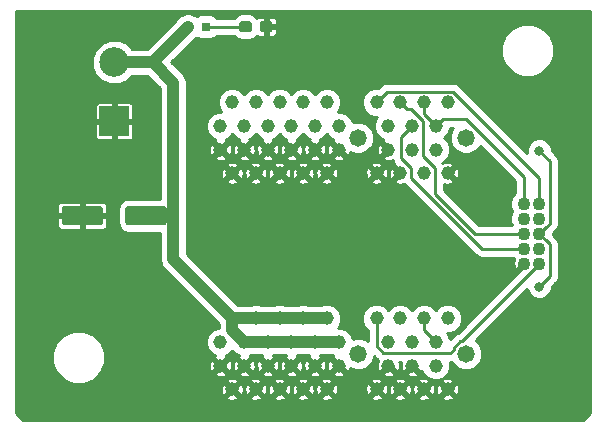
<source format=gbr>
G04 #@! TF.GenerationSoftware,KiCad,Pcbnew,5.0.2+dfsg1-1*
G04 #@! TF.CreationDate,2021-07-01T00:07:39-05:00*
G04 #@! TF.ProjectId,backplane,6261636b-706c-4616-9e65-2e6b69636164,rev?*
G04 #@! TF.SameCoordinates,Original*
G04 #@! TF.FileFunction,Copper,L2,Bot*
G04 #@! TF.FilePolarity,Positive*
%FSLAX46Y46*%
G04 Gerber Fmt 4.6, Leading zero omitted, Abs format (unit mm)*
G04 Created by KiCad (PCBNEW 5.0.2+dfsg1-1) date Thu 01 Jul 2021 12:07:39 AM CDT*
%MOMM*%
%LPD*%
G01*
G04 APERTURE LIST*
G04 #@! TA.AperFunction,SMDPad,CuDef*
%ADD10R,0.800000X0.800000*%
G04 #@! TD*
G04 #@! TA.AperFunction,ComponentPad*
%ADD11R,2.500000X2.500000*%
G04 #@! TD*
G04 #@! TA.AperFunction,ComponentPad*
%ADD12C,2.500000*%
G04 #@! TD*
G04 #@! TA.AperFunction,ComponentPad*
%ADD13C,1.100000*%
G04 #@! TD*
G04 #@! TA.AperFunction,Conductor*
%ADD14C,0.100000*%
G04 #@! TD*
G04 #@! TA.AperFunction,SMDPad,CuDef*
%ADD15C,0.950000*%
G04 #@! TD*
G04 #@! TA.AperFunction,ComponentPad*
%ADD16C,1.168400*%
G04 #@! TD*
G04 #@! TA.AperFunction,ComponentPad*
%ADD17C,1.473200*%
G04 #@! TD*
G04 #@! TA.AperFunction,SMDPad,CuDef*
%ADD18C,1.600000*%
G04 #@! TD*
G04 #@! TA.AperFunction,ViaPad*
%ADD19C,0.800000*%
G04 #@! TD*
G04 #@! TA.AperFunction,Conductor*
%ADD20C,0.250000*%
G04 #@! TD*
G04 #@! TA.AperFunction,Conductor*
%ADD21C,1.000000*%
G04 #@! TD*
G04 #@! TA.AperFunction,Conductor*
%ADD22C,0.254000*%
G04 #@! TD*
G04 APERTURE END LIST*
D10*
G04 #@! TO.P,D1,1*
G04 #@! TO.N,Net-(D1-Pad1)*
X126750000Y-54000000D03*
G04 #@! TO.P,D1,2*
G04 #@! TO.N,+24V*
X125250000Y-54000000D03*
G04 #@! TD*
D11*
G04 #@! TO.P,J1,1*
G04 #@! TO.N,GND*
X119000000Y-62000000D03*
D12*
G04 #@! TO.P,J1,2*
G04 #@! TO.N,+24V*
X119000000Y-57000000D03*
G04 #@! TD*
D13*
G04 #@! TO.P,J2,1*
G04 #@! TO.N,/SS1*
X155000000Y-69000000D03*
G04 #@! TO.P,J2,2*
G04 #@! TO.N,+5V*
X153730000Y-69000000D03*
G04 #@! TO.P,J2,3*
G04 #@! TO.N,/CP1*
X155000000Y-70270000D03*
G04 #@! TO.P,J2,4*
G04 #@! TO.N,/MOSI*
X153730000Y-70270000D03*
G04 #@! TO.P,J2,5*
G04 #@! TO.N,+5V*
X155000000Y-71540000D03*
G04 #@! TO.P,J2,6*
G04 #@! TO.N,/MISO*
X153730000Y-71540000D03*
G04 #@! TO.P,J2,7*
G04 #@! TO.N,/CP2*
X155000000Y-72810000D03*
G04 #@! TO.P,J2,8*
G04 #@! TO.N,/SCK*
X153730000Y-72810000D03*
G04 #@! TO.P,J2,9*
G04 #@! TO.N,/SS2*
X155000000Y-74080000D03*
G04 #@! TO.P,J2,10*
G04 #@! TO.N,GND*
X153730000Y-74080000D03*
G04 #@! TD*
D14*
G04 #@! TO.N,Net-(D1-Pad1)*
G04 #@! TO.C,R1*
G36*
X130435779Y-53526144D02*
X130458834Y-53529563D01*
X130481443Y-53535227D01*
X130503387Y-53543079D01*
X130524457Y-53553044D01*
X130544448Y-53565026D01*
X130563168Y-53578910D01*
X130580438Y-53594562D01*
X130596090Y-53611832D01*
X130609974Y-53630552D01*
X130621956Y-53650543D01*
X130631921Y-53671613D01*
X130639773Y-53693557D01*
X130645437Y-53716166D01*
X130648856Y-53739221D01*
X130650000Y-53762500D01*
X130650000Y-54237500D01*
X130648856Y-54260779D01*
X130645437Y-54283834D01*
X130639773Y-54306443D01*
X130631921Y-54328387D01*
X130621956Y-54349457D01*
X130609974Y-54369448D01*
X130596090Y-54388168D01*
X130580438Y-54405438D01*
X130563168Y-54421090D01*
X130544448Y-54434974D01*
X130524457Y-54446956D01*
X130503387Y-54456921D01*
X130481443Y-54464773D01*
X130458834Y-54470437D01*
X130435779Y-54473856D01*
X130412500Y-54475000D01*
X129837500Y-54475000D01*
X129814221Y-54473856D01*
X129791166Y-54470437D01*
X129768557Y-54464773D01*
X129746613Y-54456921D01*
X129725543Y-54446956D01*
X129705552Y-54434974D01*
X129686832Y-54421090D01*
X129669562Y-54405438D01*
X129653910Y-54388168D01*
X129640026Y-54369448D01*
X129628044Y-54349457D01*
X129618079Y-54328387D01*
X129610227Y-54306443D01*
X129604563Y-54283834D01*
X129601144Y-54260779D01*
X129600000Y-54237500D01*
X129600000Y-53762500D01*
X129601144Y-53739221D01*
X129604563Y-53716166D01*
X129610227Y-53693557D01*
X129618079Y-53671613D01*
X129628044Y-53650543D01*
X129640026Y-53630552D01*
X129653910Y-53611832D01*
X129669562Y-53594562D01*
X129686832Y-53578910D01*
X129705552Y-53565026D01*
X129725543Y-53553044D01*
X129746613Y-53543079D01*
X129768557Y-53535227D01*
X129791166Y-53529563D01*
X129814221Y-53526144D01*
X129837500Y-53525000D01*
X130412500Y-53525000D01*
X130435779Y-53526144D01*
X130435779Y-53526144D01*
G37*
D15*
G04 #@! TD*
G04 #@! TO.P,R1,1*
G04 #@! TO.N,Net-(D1-Pad1)*
X130125000Y-54000000D03*
D14*
G04 #@! TO.N,GND*
G04 #@! TO.C,R1*
G36*
X132185779Y-53526144D02*
X132208834Y-53529563D01*
X132231443Y-53535227D01*
X132253387Y-53543079D01*
X132274457Y-53553044D01*
X132294448Y-53565026D01*
X132313168Y-53578910D01*
X132330438Y-53594562D01*
X132346090Y-53611832D01*
X132359974Y-53630552D01*
X132371956Y-53650543D01*
X132381921Y-53671613D01*
X132389773Y-53693557D01*
X132395437Y-53716166D01*
X132398856Y-53739221D01*
X132400000Y-53762500D01*
X132400000Y-54237500D01*
X132398856Y-54260779D01*
X132395437Y-54283834D01*
X132389773Y-54306443D01*
X132381921Y-54328387D01*
X132371956Y-54349457D01*
X132359974Y-54369448D01*
X132346090Y-54388168D01*
X132330438Y-54405438D01*
X132313168Y-54421090D01*
X132294448Y-54434974D01*
X132274457Y-54446956D01*
X132253387Y-54456921D01*
X132231443Y-54464773D01*
X132208834Y-54470437D01*
X132185779Y-54473856D01*
X132162500Y-54475000D01*
X131587500Y-54475000D01*
X131564221Y-54473856D01*
X131541166Y-54470437D01*
X131518557Y-54464773D01*
X131496613Y-54456921D01*
X131475543Y-54446956D01*
X131455552Y-54434974D01*
X131436832Y-54421090D01*
X131419562Y-54405438D01*
X131403910Y-54388168D01*
X131390026Y-54369448D01*
X131378044Y-54349457D01*
X131368079Y-54328387D01*
X131360227Y-54306443D01*
X131354563Y-54283834D01*
X131351144Y-54260779D01*
X131350000Y-54237500D01*
X131350000Y-53762500D01*
X131351144Y-53739221D01*
X131354563Y-53716166D01*
X131360227Y-53693557D01*
X131368079Y-53671613D01*
X131378044Y-53650543D01*
X131390026Y-53630552D01*
X131403910Y-53611832D01*
X131419562Y-53594562D01*
X131436832Y-53578910D01*
X131455552Y-53565026D01*
X131475543Y-53553044D01*
X131496613Y-53543079D01*
X131518557Y-53535227D01*
X131541166Y-53529563D01*
X131564221Y-53526144D01*
X131587500Y-53525000D01*
X132162500Y-53525000D01*
X132185779Y-53526144D01*
X132185779Y-53526144D01*
G37*
D15*
G04 #@! TD*
G04 #@! TO.P,R1,2*
G04 #@! TO.N,GND*
X131875000Y-54000000D03*
D16*
G04 #@! TO.P,J3,B1*
G04 #@! TO.N,GND*
X127999999Y-64400000D03*
G04 #@! TO.P,J3,B2*
X129000000Y-66400001D03*
G04 #@! TO.P,J3,B3*
X130000001Y-64400000D03*
G04 #@! TO.P,J3,B4*
X130999999Y-66400001D03*
G04 #@! TO.P,J3,B5*
X131999999Y-64400000D03*
G04 #@! TO.P,J3,B6*
X133000000Y-66400001D03*
G04 #@! TO.P,J3,B7*
X134000000Y-64400000D03*
G04 #@! TO.P,J3,B8*
X135000001Y-66400001D03*
G04 #@! TO.P,J3,B9*
X135999999Y-64400000D03*
G04 #@! TO.P,J3,B10*
X136999999Y-66400001D03*
G04 #@! TO.P,J3,B11*
X138000000Y-64400000D03*
G04 #@! TO.P,J3,B12*
X141225000Y-66400001D03*
G04 #@! TO.P,J3,B13*
X142225001Y-64400000D03*
G04 #@! TO.P,J3,B14*
X143224999Y-66400001D03*
G04 #@! TO.P,J3,B15*
X144224999Y-64400000D03*
G04 #@! TO.P,J3,B16*
X145225000Y-66400001D03*
G04 #@! TO.P,J3,B17*
G04 #@! TO.N,Net-(J3-PadB17)*
X146225001Y-64400000D03*
G04 #@! TO.P,J3,B18*
G04 #@! TO.N,GND*
X147225001Y-66400001D03*
G04 #@! TO.P,J3,A2*
G04 #@! TO.N,+24V*
X128999999Y-60400000D03*
G04 #@! TO.P,J3,A1*
G04 #@! TO.N,Net-(J3-PadA1)*
X128000000Y-62399999D03*
G04 #@! TO.P,J3,A4*
G04 #@! TO.N,+24V*
X131000001Y-60400000D03*
G04 #@! TO.P,J3,A3*
X129999999Y-62399999D03*
G04 #@! TO.P,J3,A6*
X132999999Y-60400000D03*
G04 #@! TO.P,J3,A5*
X132000000Y-62399999D03*
G04 #@! TO.P,J3,A8*
X135000000Y-60400000D03*
G04 #@! TO.P,J3,A7*
X134000001Y-62399999D03*
G04 #@! TO.P,J3,A10*
X136999999Y-60400000D03*
G04 #@! TO.P,J3,A9*
X135999999Y-62399999D03*
G04 #@! TO.P,J3,A12*
G04 #@! TO.N,/SS1*
X141225000Y-60400000D03*
G04 #@! TO.P,J3,A11*
G04 #@! TO.N,+24V*
X138000000Y-62399999D03*
G04 #@! TO.P,J3,A14*
G04 #@! TO.N,/MISO*
X143225001Y-60400000D03*
G04 #@! TO.P,J3,A13*
G04 #@! TO.N,/MOSI*
X142224999Y-62399999D03*
G04 #@! TO.P,J3,A16*
G04 #@! TO.N,+5V*
X145224999Y-60400000D03*
G04 #@! TO.P,J3,A15*
G04 #@! TO.N,/SCK*
X144225000Y-62399999D03*
G04 #@! TO.P,J3,A18*
G04 #@! TO.N,Net-(J3-PadA18)*
X147225001Y-60400000D03*
G04 #@! TO.P,J3,A17*
G04 #@! TO.N,+5V*
X146225001Y-62399999D03*
D17*
G04 #@! TO.P,J3,37*
G04 #@! TO.N,N/C*
X139650000Y-63400000D03*
G04 #@! TO.P,J3,38*
X148800000Y-63400000D03*
G04 #@! TD*
G04 #@! TO.P,J4,38*
G04 #@! TO.N,N/C*
X148800000Y-81700000D03*
G04 #@! TO.P,J4,37*
X139650000Y-81700000D03*
D16*
G04 #@! TO.P,J4,A17*
G04 #@! TO.N,+5V*
X146225001Y-80699999D03*
G04 #@! TO.P,J4,A18*
G04 #@! TO.N,Net-(J4-PadA18)*
X147225001Y-78700000D03*
G04 #@! TO.P,J4,A15*
G04 #@! TO.N,/SCK*
X144225000Y-80699999D03*
G04 #@! TO.P,J4,A16*
G04 #@! TO.N,+5V*
X145224999Y-78700000D03*
G04 #@! TO.P,J4,A13*
G04 #@! TO.N,/MOSI*
X142224999Y-80699999D03*
G04 #@! TO.P,J4,A14*
G04 #@! TO.N,/MISO*
X143225001Y-78700000D03*
G04 #@! TO.P,J4,A11*
G04 #@! TO.N,+24V*
X138000000Y-80699999D03*
G04 #@! TO.P,J4,A12*
G04 #@! TO.N,/SS2*
X141225000Y-78700000D03*
G04 #@! TO.P,J4,A9*
G04 #@! TO.N,+24V*
X135999999Y-80699999D03*
G04 #@! TO.P,J4,A10*
X136999999Y-78700000D03*
G04 #@! TO.P,J4,A7*
X134000001Y-80699999D03*
G04 #@! TO.P,J4,A8*
X135000000Y-78700000D03*
G04 #@! TO.P,J4,A5*
X132000000Y-80699999D03*
G04 #@! TO.P,J4,A6*
X132999999Y-78700000D03*
G04 #@! TO.P,J4,A3*
X129999999Y-80699999D03*
G04 #@! TO.P,J4,A4*
X131000001Y-78700000D03*
G04 #@! TO.P,J4,A1*
G04 #@! TO.N,Net-(J4-PadA1)*
X128000000Y-80699999D03*
G04 #@! TO.P,J4,A2*
G04 #@! TO.N,+24V*
X128999999Y-78700000D03*
G04 #@! TO.P,J4,B18*
G04 #@! TO.N,GND*
X147225001Y-84700001D03*
G04 #@! TO.P,J4,B17*
G04 #@! TO.N,Net-(J4-PadB17)*
X146225001Y-82700000D03*
G04 #@! TO.P,J4,B16*
G04 #@! TO.N,GND*
X145225000Y-84700001D03*
G04 #@! TO.P,J4,B15*
X144224999Y-82700000D03*
G04 #@! TO.P,J4,B14*
X143224999Y-84700001D03*
G04 #@! TO.P,J4,B13*
X142225001Y-82700000D03*
G04 #@! TO.P,J4,B12*
X141225000Y-84700001D03*
G04 #@! TO.P,J4,B11*
X138000000Y-82700000D03*
G04 #@! TO.P,J4,B10*
X136999999Y-84700001D03*
G04 #@! TO.P,J4,B9*
X135999999Y-82700000D03*
G04 #@! TO.P,J4,B8*
X135000001Y-84700001D03*
G04 #@! TO.P,J4,B7*
X134000000Y-82700000D03*
G04 #@! TO.P,J4,B6*
X133000000Y-84700001D03*
G04 #@! TO.P,J4,B5*
X131999999Y-82700000D03*
G04 #@! TO.P,J4,B4*
X130999999Y-84700001D03*
G04 #@! TO.P,J4,B3*
X130000001Y-82700000D03*
G04 #@! TO.P,J4,B2*
X129000000Y-84700001D03*
G04 #@! TO.P,J4,B1*
X127999999Y-82700000D03*
G04 #@! TD*
D14*
G04 #@! TO.N,+24V*
G04 #@! TO.C,C1*
G36*
X123224504Y-69201204D02*
X123248773Y-69204804D01*
X123272571Y-69210765D01*
X123295671Y-69219030D01*
X123317849Y-69229520D01*
X123338893Y-69242133D01*
X123358598Y-69256747D01*
X123376777Y-69273223D01*
X123393253Y-69291402D01*
X123407867Y-69311107D01*
X123420480Y-69332151D01*
X123430970Y-69354329D01*
X123439235Y-69377429D01*
X123445196Y-69401227D01*
X123448796Y-69425496D01*
X123450000Y-69450000D01*
X123450000Y-70550000D01*
X123448796Y-70574504D01*
X123445196Y-70598773D01*
X123439235Y-70622571D01*
X123430970Y-70645671D01*
X123420480Y-70667849D01*
X123407867Y-70688893D01*
X123393253Y-70708598D01*
X123376777Y-70726777D01*
X123358598Y-70743253D01*
X123338893Y-70757867D01*
X123317849Y-70770480D01*
X123295671Y-70780970D01*
X123272571Y-70789235D01*
X123248773Y-70795196D01*
X123224504Y-70798796D01*
X123200000Y-70800000D01*
X120200000Y-70800000D01*
X120175496Y-70798796D01*
X120151227Y-70795196D01*
X120127429Y-70789235D01*
X120104329Y-70780970D01*
X120082151Y-70770480D01*
X120061107Y-70757867D01*
X120041402Y-70743253D01*
X120023223Y-70726777D01*
X120006747Y-70708598D01*
X119992133Y-70688893D01*
X119979520Y-70667849D01*
X119969030Y-70645671D01*
X119960765Y-70622571D01*
X119954804Y-70598773D01*
X119951204Y-70574504D01*
X119950000Y-70550000D01*
X119950000Y-69450000D01*
X119951204Y-69425496D01*
X119954804Y-69401227D01*
X119960765Y-69377429D01*
X119969030Y-69354329D01*
X119979520Y-69332151D01*
X119992133Y-69311107D01*
X120006747Y-69291402D01*
X120023223Y-69273223D01*
X120041402Y-69256747D01*
X120061107Y-69242133D01*
X120082151Y-69229520D01*
X120104329Y-69219030D01*
X120127429Y-69210765D01*
X120151227Y-69204804D01*
X120175496Y-69201204D01*
X120200000Y-69200000D01*
X123200000Y-69200000D01*
X123224504Y-69201204D01*
X123224504Y-69201204D01*
G37*
D18*
G04 #@! TD*
G04 #@! TO.P,C1,1*
G04 #@! TO.N,+24V*
X121700000Y-70000000D03*
D14*
G04 #@! TO.N,GND*
G04 #@! TO.C,C1*
G36*
X117824504Y-69201204D02*
X117848773Y-69204804D01*
X117872571Y-69210765D01*
X117895671Y-69219030D01*
X117917849Y-69229520D01*
X117938893Y-69242133D01*
X117958598Y-69256747D01*
X117976777Y-69273223D01*
X117993253Y-69291402D01*
X118007867Y-69311107D01*
X118020480Y-69332151D01*
X118030970Y-69354329D01*
X118039235Y-69377429D01*
X118045196Y-69401227D01*
X118048796Y-69425496D01*
X118050000Y-69450000D01*
X118050000Y-70550000D01*
X118048796Y-70574504D01*
X118045196Y-70598773D01*
X118039235Y-70622571D01*
X118030970Y-70645671D01*
X118020480Y-70667849D01*
X118007867Y-70688893D01*
X117993253Y-70708598D01*
X117976777Y-70726777D01*
X117958598Y-70743253D01*
X117938893Y-70757867D01*
X117917849Y-70770480D01*
X117895671Y-70780970D01*
X117872571Y-70789235D01*
X117848773Y-70795196D01*
X117824504Y-70798796D01*
X117800000Y-70800000D01*
X114800000Y-70800000D01*
X114775496Y-70798796D01*
X114751227Y-70795196D01*
X114727429Y-70789235D01*
X114704329Y-70780970D01*
X114682151Y-70770480D01*
X114661107Y-70757867D01*
X114641402Y-70743253D01*
X114623223Y-70726777D01*
X114606747Y-70708598D01*
X114592133Y-70688893D01*
X114579520Y-70667849D01*
X114569030Y-70645671D01*
X114560765Y-70622571D01*
X114554804Y-70598773D01*
X114551204Y-70574504D01*
X114550000Y-70550000D01*
X114550000Y-69450000D01*
X114551204Y-69425496D01*
X114554804Y-69401227D01*
X114560765Y-69377429D01*
X114569030Y-69354329D01*
X114579520Y-69332151D01*
X114592133Y-69311107D01*
X114606747Y-69291402D01*
X114623223Y-69273223D01*
X114641402Y-69256747D01*
X114661107Y-69242133D01*
X114682151Y-69229520D01*
X114704329Y-69219030D01*
X114727429Y-69210765D01*
X114751227Y-69204804D01*
X114775496Y-69201204D01*
X114800000Y-69200000D01*
X117800000Y-69200000D01*
X117824504Y-69201204D01*
X117824504Y-69201204D01*
G37*
D18*
G04 #@! TD*
G04 #@! TO.P,C1,2*
G04 #@! TO.N,GND*
X116300000Y-70000000D03*
D19*
G04 #@! TO.N,+5V*
X155000000Y-76000000D03*
X155000000Y-64500000D03*
G04 #@! TO.N,GND*
X149000000Y-67500000D03*
X153500000Y-63500000D03*
X150500000Y-75000000D03*
X115000000Y-68000000D03*
X115000000Y-72000000D03*
X117000000Y-68000000D03*
X116000000Y-68000000D03*
X116000000Y-72000000D03*
X117000000Y-72000000D03*
G04 #@! TD*
D20*
G04 #@! TO.N,Net-(D1-Pad1)*
X126750000Y-54000000D02*
X130125000Y-54000000D01*
D21*
G04 #@! TO.N,+24V*
X122250000Y-57000000D02*
X125250000Y-54000000D01*
X119000000Y-57000000D02*
X122250000Y-57000000D01*
X128999999Y-78700000D02*
X136999999Y-78700000D01*
X128999999Y-79699999D02*
X129999999Y-80699999D01*
X128999999Y-78700000D02*
X128999999Y-79699999D01*
X129999999Y-80699999D02*
X138000000Y-80699999D01*
X124000000Y-73700001D02*
X128999999Y-78700000D01*
X122250000Y-57000000D02*
X124000000Y-58750000D01*
X121700000Y-70000000D02*
X124000000Y-70000000D01*
X124000000Y-58750000D02*
X124000000Y-70000000D01*
X124000000Y-70000000D02*
X124000000Y-73700001D01*
D20*
G04 #@! TO.N,+5V*
X145224999Y-61399997D02*
X146225001Y-62399999D01*
X145224999Y-60400000D02*
X145224999Y-61399997D01*
X145224999Y-79699997D02*
X146225001Y-80699999D01*
X145224999Y-78700000D02*
X145224999Y-79699997D01*
X155549999Y-72089999D02*
X155000000Y-71540000D01*
X155875001Y-72415001D02*
X155549999Y-72089999D01*
X155875001Y-75124999D02*
X155875001Y-72415001D01*
X155000000Y-76000000D02*
X155875001Y-75124999D01*
X153730000Y-68222183D02*
X153730000Y-69000000D01*
X153730000Y-66758830D02*
X153730000Y-68222183D01*
X148786970Y-61815800D02*
X153730000Y-66758830D01*
X146809200Y-61815800D02*
X148786970Y-61815800D01*
X146225001Y-62399999D02*
X146809200Y-61815800D01*
X155549999Y-70990001D02*
X155000000Y-71540000D01*
X155875001Y-70664999D02*
X155549999Y-70990001D01*
X155875001Y-65375001D02*
X155875001Y-70664999D01*
X155000000Y-64500000D02*
X155875001Y-65375001D01*
G04 #@! TO.N,/MISO*
X146134201Y-68134201D02*
X149540000Y-71540000D01*
X146134201Y-65963584D02*
X146134201Y-68134201D01*
X145134201Y-61963582D02*
X145134201Y-64963584D01*
X144154818Y-60984199D02*
X145134201Y-61963582D01*
X149540000Y-71540000D02*
X152952183Y-71540000D01*
X143809200Y-60984199D02*
X144154818Y-60984199D01*
X152952183Y-71540000D02*
X153730000Y-71540000D01*
X143225001Y-60400000D02*
X143809200Y-60984199D01*
X145134201Y-64963584D02*
X146134201Y-65963584D01*
G04 #@! TO.N,/SCK*
X150173589Y-72810000D02*
X152952183Y-72810000D01*
X144134200Y-65963584D02*
X144134200Y-66770611D01*
X143315798Y-65145182D02*
X144134200Y-65963584D01*
X144134200Y-66770611D02*
X150173589Y-72810000D01*
X144225000Y-62399999D02*
X143315798Y-63309201D01*
X152952183Y-72810000D02*
X153730000Y-72810000D01*
X143315798Y-63309201D02*
X143315798Y-65145182D01*
G04 #@! TO.N,/SS1*
X141809199Y-59815801D02*
X141225000Y-60400000D01*
X142134201Y-59490799D02*
X141809199Y-59815801D01*
X147661418Y-59490799D02*
X142134201Y-59490799D01*
X155000000Y-66829381D02*
X147661418Y-59490799D01*
X155000000Y-69000000D02*
X155000000Y-66829381D01*
G04 #@! TO.N,/SS2*
X154450001Y-74629999D02*
X155000000Y-74080000D01*
X148441601Y-80638399D02*
X154450001Y-74629999D01*
X148290431Y-80638399D02*
X148441601Y-80638399D01*
X141225000Y-81045618D02*
X141788582Y-81609200D01*
X141225000Y-78700000D02*
X141225000Y-81045618D01*
X141788582Y-81609200D02*
X147470800Y-81609200D01*
X147470800Y-81609200D02*
X147738399Y-81341601D01*
X147738399Y-81341601D02*
X147738399Y-81190431D01*
X147738399Y-81190431D02*
X148290431Y-80638399D01*
G04 #@! TD*
D22*
G04 #@! TO.N,GND*
G36*
X159315001Y-86716263D02*
X158716265Y-87315000D01*
X111283736Y-87315000D01*
X110685000Y-86716265D01*
X110685000Y-85411873D01*
X128467733Y-85411873D01*
X128529138Y-85564153D01*
X128895676Y-85678565D01*
X129278097Y-85643999D01*
X129470862Y-85564153D01*
X129532267Y-85411873D01*
X130467732Y-85411873D01*
X130529137Y-85564153D01*
X130895675Y-85678565D01*
X131278096Y-85643999D01*
X131470861Y-85564153D01*
X131532266Y-85411873D01*
X132467733Y-85411873D01*
X132529138Y-85564153D01*
X132895676Y-85678565D01*
X133278097Y-85643999D01*
X133470862Y-85564153D01*
X133532267Y-85411873D01*
X134467734Y-85411873D01*
X134529139Y-85564153D01*
X134895677Y-85678565D01*
X135278098Y-85643999D01*
X135470863Y-85564153D01*
X135532268Y-85411873D01*
X136467732Y-85411873D01*
X136529137Y-85564153D01*
X136895675Y-85678565D01*
X137278096Y-85643999D01*
X137470861Y-85564153D01*
X137532266Y-85411873D01*
X140692733Y-85411873D01*
X140754138Y-85564153D01*
X141120676Y-85678565D01*
X141503097Y-85643999D01*
X141695862Y-85564153D01*
X141757267Y-85411873D01*
X142692732Y-85411873D01*
X142754137Y-85564153D01*
X143120675Y-85678565D01*
X143503096Y-85643999D01*
X143695861Y-85564153D01*
X143757266Y-85411873D01*
X144692733Y-85411873D01*
X144754138Y-85564153D01*
X145120676Y-85678565D01*
X145503097Y-85643999D01*
X145695862Y-85564153D01*
X145757267Y-85411873D01*
X146692734Y-85411873D01*
X146754139Y-85564153D01*
X147120677Y-85678565D01*
X147503098Y-85643999D01*
X147695863Y-85564153D01*
X147757268Y-85411873D01*
X147225001Y-84879606D01*
X146692734Y-85411873D01*
X145757267Y-85411873D01*
X145225000Y-84879606D01*
X144692733Y-85411873D01*
X143757266Y-85411873D01*
X143224999Y-84879606D01*
X142692732Y-85411873D01*
X141757267Y-85411873D01*
X141225000Y-84879606D01*
X140692733Y-85411873D01*
X137532266Y-85411873D01*
X136999999Y-84879606D01*
X136467732Y-85411873D01*
X135532268Y-85411873D01*
X135000001Y-84879606D01*
X134467734Y-85411873D01*
X133532267Y-85411873D01*
X133000000Y-84879606D01*
X132467733Y-85411873D01*
X131532266Y-85411873D01*
X130999999Y-84879606D01*
X130467732Y-85411873D01*
X129532267Y-85411873D01*
X129000000Y-84879606D01*
X128467733Y-85411873D01*
X110685000Y-85411873D01*
X110685000Y-84595677D01*
X128021436Y-84595677D01*
X128056002Y-84978098D01*
X128135848Y-85170863D01*
X128288128Y-85232268D01*
X128820395Y-84700001D01*
X129179605Y-84700001D01*
X129711872Y-85232268D01*
X129864152Y-85170863D01*
X129978564Y-84804325D01*
X129959705Y-84595677D01*
X130021435Y-84595677D01*
X130056001Y-84978098D01*
X130135847Y-85170863D01*
X130288127Y-85232268D01*
X130820394Y-84700001D01*
X131179604Y-84700001D01*
X131711871Y-85232268D01*
X131864151Y-85170863D01*
X131978563Y-84804325D01*
X131959704Y-84595677D01*
X132021436Y-84595677D01*
X132056002Y-84978098D01*
X132135848Y-85170863D01*
X132288128Y-85232268D01*
X132820395Y-84700001D01*
X133179605Y-84700001D01*
X133711872Y-85232268D01*
X133864152Y-85170863D01*
X133978564Y-84804325D01*
X133959705Y-84595677D01*
X134021437Y-84595677D01*
X134056003Y-84978098D01*
X134135849Y-85170863D01*
X134288129Y-85232268D01*
X134820396Y-84700001D01*
X135179606Y-84700001D01*
X135711873Y-85232268D01*
X135864153Y-85170863D01*
X135978565Y-84804325D01*
X135959706Y-84595677D01*
X136021435Y-84595677D01*
X136056001Y-84978098D01*
X136135847Y-85170863D01*
X136288127Y-85232268D01*
X136820394Y-84700001D01*
X137179604Y-84700001D01*
X137711871Y-85232268D01*
X137864151Y-85170863D01*
X137978563Y-84804325D01*
X137959704Y-84595677D01*
X140246436Y-84595677D01*
X140281002Y-84978098D01*
X140360848Y-85170863D01*
X140513128Y-85232268D01*
X141045395Y-84700001D01*
X141404605Y-84700001D01*
X141936872Y-85232268D01*
X142089152Y-85170863D01*
X142203564Y-84804325D01*
X142184705Y-84595677D01*
X142246435Y-84595677D01*
X142281001Y-84978098D01*
X142360847Y-85170863D01*
X142513127Y-85232268D01*
X143045394Y-84700001D01*
X143404604Y-84700001D01*
X143936871Y-85232268D01*
X144089151Y-85170863D01*
X144203563Y-84804325D01*
X144184704Y-84595677D01*
X144246436Y-84595677D01*
X144281002Y-84978098D01*
X144360848Y-85170863D01*
X144513128Y-85232268D01*
X145045395Y-84700001D01*
X145404605Y-84700001D01*
X145936872Y-85232268D01*
X146089152Y-85170863D01*
X146203564Y-84804325D01*
X146184705Y-84595677D01*
X146246437Y-84595677D01*
X146281003Y-84978098D01*
X146360849Y-85170863D01*
X146513129Y-85232268D01*
X147045396Y-84700001D01*
X147404606Y-84700001D01*
X147936873Y-85232268D01*
X148089153Y-85170863D01*
X148203565Y-84804325D01*
X148168999Y-84421904D01*
X148089153Y-84229139D01*
X147936873Y-84167734D01*
X147404606Y-84700001D01*
X147045396Y-84700001D01*
X146513129Y-84167734D01*
X146360849Y-84229139D01*
X146246437Y-84595677D01*
X146184705Y-84595677D01*
X146168998Y-84421904D01*
X146089152Y-84229139D01*
X145936872Y-84167734D01*
X145404605Y-84700001D01*
X145045395Y-84700001D01*
X144513128Y-84167734D01*
X144360848Y-84229139D01*
X144246436Y-84595677D01*
X144184704Y-84595677D01*
X144168997Y-84421904D01*
X144089151Y-84229139D01*
X143936871Y-84167734D01*
X143404604Y-84700001D01*
X143045394Y-84700001D01*
X142513127Y-84167734D01*
X142360847Y-84229139D01*
X142246435Y-84595677D01*
X142184705Y-84595677D01*
X142168998Y-84421904D01*
X142089152Y-84229139D01*
X141936872Y-84167734D01*
X141404605Y-84700001D01*
X141045395Y-84700001D01*
X140513128Y-84167734D01*
X140360848Y-84229139D01*
X140246436Y-84595677D01*
X137959704Y-84595677D01*
X137943997Y-84421904D01*
X137864151Y-84229139D01*
X137711871Y-84167734D01*
X137179604Y-84700001D01*
X136820394Y-84700001D01*
X136288127Y-84167734D01*
X136135847Y-84229139D01*
X136021435Y-84595677D01*
X135959706Y-84595677D01*
X135943999Y-84421904D01*
X135864153Y-84229139D01*
X135711873Y-84167734D01*
X135179606Y-84700001D01*
X134820396Y-84700001D01*
X134288129Y-84167734D01*
X134135849Y-84229139D01*
X134021437Y-84595677D01*
X133959705Y-84595677D01*
X133943998Y-84421904D01*
X133864152Y-84229139D01*
X133711872Y-84167734D01*
X133179605Y-84700001D01*
X132820395Y-84700001D01*
X132288128Y-84167734D01*
X132135848Y-84229139D01*
X132021436Y-84595677D01*
X131959704Y-84595677D01*
X131943997Y-84421904D01*
X131864151Y-84229139D01*
X131711871Y-84167734D01*
X131179604Y-84700001D01*
X130820394Y-84700001D01*
X130288127Y-84167734D01*
X130135847Y-84229139D01*
X130021435Y-84595677D01*
X129959705Y-84595677D01*
X129943998Y-84421904D01*
X129864152Y-84229139D01*
X129711872Y-84167734D01*
X129179605Y-84700001D01*
X128820395Y-84700001D01*
X128288128Y-84167734D01*
X128135848Y-84229139D01*
X128021436Y-84595677D01*
X110685000Y-84595677D01*
X110685000Y-81555431D01*
X113765000Y-81555431D01*
X113765000Y-82444569D01*
X114105259Y-83266026D01*
X114733974Y-83894741D01*
X115555431Y-84235000D01*
X116444569Y-84235000D01*
X117040567Y-83988129D01*
X128467733Y-83988129D01*
X129000000Y-84520396D01*
X129532267Y-83988129D01*
X130467732Y-83988129D01*
X130999999Y-84520396D01*
X131532266Y-83988129D01*
X132467733Y-83988129D01*
X133000000Y-84520396D01*
X133532267Y-83988129D01*
X134467734Y-83988129D01*
X135000001Y-84520396D01*
X135532268Y-83988129D01*
X136467732Y-83988129D01*
X136999999Y-84520396D01*
X137532266Y-83988129D01*
X140692733Y-83988129D01*
X141225000Y-84520396D01*
X141757267Y-83988129D01*
X142692732Y-83988129D01*
X143224999Y-84520396D01*
X143757266Y-83988129D01*
X144692733Y-83988129D01*
X145225000Y-84520396D01*
X145757267Y-83988129D01*
X146692734Y-83988129D01*
X147225001Y-84520396D01*
X147757268Y-83988129D01*
X147695863Y-83835849D01*
X147329325Y-83721437D01*
X146946904Y-83756003D01*
X146754139Y-83835849D01*
X146692734Y-83988129D01*
X145757267Y-83988129D01*
X145695862Y-83835849D01*
X145329324Y-83721437D01*
X144946903Y-83756003D01*
X144754138Y-83835849D01*
X144692733Y-83988129D01*
X143757266Y-83988129D01*
X143695861Y-83835849D01*
X143329323Y-83721437D01*
X142946902Y-83756003D01*
X142754137Y-83835849D01*
X142692732Y-83988129D01*
X141757267Y-83988129D01*
X141695862Y-83835849D01*
X141329324Y-83721437D01*
X140946903Y-83756003D01*
X140754138Y-83835849D01*
X140692733Y-83988129D01*
X137532266Y-83988129D01*
X137470861Y-83835849D01*
X137104323Y-83721437D01*
X136721902Y-83756003D01*
X136529137Y-83835849D01*
X136467732Y-83988129D01*
X135532268Y-83988129D01*
X135470863Y-83835849D01*
X135104325Y-83721437D01*
X134721904Y-83756003D01*
X134529139Y-83835849D01*
X134467734Y-83988129D01*
X133532267Y-83988129D01*
X133470862Y-83835849D01*
X133104324Y-83721437D01*
X132721903Y-83756003D01*
X132529138Y-83835849D01*
X132467733Y-83988129D01*
X131532266Y-83988129D01*
X131470861Y-83835849D01*
X131104323Y-83721437D01*
X130721902Y-83756003D01*
X130529137Y-83835849D01*
X130467732Y-83988129D01*
X129532267Y-83988129D01*
X129470862Y-83835849D01*
X129104324Y-83721437D01*
X128721903Y-83756003D01*
X128529138Y-83835849D01*
X128467733Y-83988129D01*
X117040567Y-83988129D01*
X117266026Y-83894741D01*
X117748895Y-83411872D01*
X127467732Y-83411872D01*
X127529137Y-83564152D01*
X127895675Y-83678564D01*
X128278096Y-83643998D01*
X128470861Y-83564152D01*
X128532266Y-83411872D01*
X129467734Y-83411872D01*
X129529139Y-83564152D01*
X129895677Y-83678564D01*
X130278098Y-83643998D01*
X130470863Y-83564152D01*
X130532268Y-83411872D01*
X131467732Y-83411872D01*
X131529137Y-83564152D01*
X131895675Y-83678564D01*
X132278096Y-83643998D01*
X132470861Y-83564152D01*
X132532266Y-83411872D01*
X133467733Y-83411872D01*
X133529138Y-83564152D01*
X133895676Y-83678564D01*
X134278097Y-83643998D01*
X134470862Y-83564152D01*
X134532267Y-83411872D01*
X135467732Y-83411872D01*
X135529137Y-83564152D01*
X135895675Y-83678564D01*
X136278096Y-83643998D01*
X136470861Y-83564152D01*
X136532266Y-83411872D01*
X137467733Y-83411872D01*
X137529138Y-83564152D01*
X137895676Y-83678564D01*
X138278097Y-83643998D01*
X138470862Y-83564152D01*
X138532267Y-83411872D01*
X141692734Y-83411872D01*
X141754139Y-83564152D01*
X142120677Y-83678564D01*
X142503098Y-83643998D01*
X142695863Y-83564152D01*
X142757268Y-83411872D01*
X143692732Y-83411872D01*
X143754137Y-83564152D01*
X144120675Y-83678564D01*
X144503096Y-83643998D01*
X144695861Y-83564152D01*
X144757266Y-83411872D01*
X144224999Y-82879605D01*
X143692732Y-83411872D01*
X142757268Y-83411872D01*
X142225001Y-82879605D01*
X141692734Y-83411872D01*
X138532267Y-83411872D01*
X138000000Y-82879605D01*
X137467733Y-83411872D01*
X136532266Y-83411872D01*
X135999999Y-82879605D01*
X135467732Y-83411872D01*
X134532267Y-83411872D01*
X134000000Y-82879605D01*
X133467733Y-83411872D01*
X132532266Y-83411872D01*
X131999999Y-82879605D01*
X131467732Y-83411872D01*
X130532268Y-83411872D01*
X130000001Y-82879605D01*
X129467734Y-83411872D01*
X128532266Y-83411872D01*
X127999999Y-82879605D01*
X127467732Y-83411872D01*
X117748895Y-83411872D01*
X117894741Y-83266026D01*
X118172409Y-82595676D01*
X127021435Y-82595676D01*
X127056001Y-82978097D01*
X127135847Y-83170862D01*
X127288127Y-83232267D01*
X127820394Y-82700000D01*
X128179604Y-82700000D01*
X128711871Y-83232267D01*
X128864151Y-83170862D01*
X128978563Y-82804324D01*
X128959704Y-82595676D01*
X129021437Y-82595676D01*
X129056003Y-82978097D01*
X129135849Y-83170862D01*
X129288129Y-83232267D01*
X129820396Y-82700000D01*
X130179606Y-82700000D01*
X130711873Y-83232267D01*
X130864153Y-83170862D01*
X130978565Y-82804324D01*
X130959706Y-82595676D01*
X131021435Y-82595676D01*
X131056001Y-82978097D01*
X131135847Y-83170862D01*
X131288127Y-83232267D01*
X131820394Y-82700000D01*
X132179604Y-82700000D01*
X132711871Y-83232267D01*
X132864151Y-83170862D01*
X132978563Y-82804324D01*
X132959704Y-82595676D01*
X133021436Y-82595676D01*
X133056002Y-82978097D01*
X133135848Y-83170862D01*
X133288128Y-83232267D01*
X133820395Y-82700000D01*
X134179605Y-82700000D01*
X134711872Y-83232267D01*
X134864152Y-83170862D01*
X134978564Y-82804324D01*
X134959705Y-82595676D01*
X135021435Y-82595676D01*
X135056001Y-82978097D01*
X135135847Y-83170862D01*
X135288127Y-83232267D01*
X135820394Y-82700000D01*
X136179604Y-82700000D01*
X136711871Y-83232267D01*
X136864151Y-83170862D01*
X136978563Y-82804324D01*
X136959704Y-82595676D01*
X137021436Y-82595676D01*
X137056002Y-82978097D01*
X137135848Y-83170862D01*
X137288128Y-83232267D01*
X137820395Y-82700000D01*
X137288128Y-82167733D01*
X137135848Y-82229138D01*
X137021436Y-82595676D01*
X136959704Y-82595676D01*
X136943997Y-82421903D01*
X136864151Y-82229138D01*
X136711871Y-82167733D01*
X136179604Y-82700000D01*
X135820394Y-82700000D01*
X135288127Y-82167733D01*
X135135847Y-82229138D01*
X135021435Y-82595676D01*
X134959705Y-82595676D01*
X134943998Y-82421903D01*
X134864152Y-82229138D01*
X134711872Y-82167733D01*
X134179605Y-82700000D01*
X133820395Y-82700000D01*
X133288128Y-82167733D01*
X133135848Y-82229138D01*
X133021436Y-82595676D01*
X132959704Y-82595676D01*
X132943997Y-82421903D01*
X132864151Y-82229138D01*
X132711871Y-82167733D01*
X132179604Y-82700000D01*
X131820394Y-82700000D01*
X131288127Y-82167733D01*
X131135847Y-82229138D01*
X131021435Y-82595676D01*
X130959706Y-82595676D01*
X130943999Y-82421903D01*
X130864153Y-82229138D01*
X130711873Y-82167733D01*
X130179606Y-82700000D01*
X129820396Y-82700000D01*
X129288129Y-82167733D01*
X129135849Y-82229138D01*
X129021437Y-82595676D01*
X128959704Y-82595676D01*
X128943997Y-82421903D01*
X128864151Y-82229138D01*
X128711871Y-82167733D01*
X128179604Y-82700000D01*
X127820394Y-82700000D01*
X127288127Y-82167733D01*
X127135847Y-82229138D01*
X127021435Y-82595676D01*
X118172409Y-82595676D01*
X118235000Y-82444569D01*
X118235000Y-81555431D01*
X117894741Y-80733974D01*
X117266026Y-80105259D01*
X116444569Y-79765000D01*
X115555431Y-79765000D01*
X114733974Y-80105259D01*
X114105259Y-80733974D01*
X113765000Y-81555431D01*
X110685000Y-81555431D01*
X110685000Y-70222250D01*
X114169000Y-70222250D01*
X114169000Y-70875785D01*
X114227004Y-71015819D01*
X114334180Y-71122996D01*
X114474214Y-71181000D01*
X116077750Y-71181000D01*
X116173000Y-71085750D01*
X116173000Y-70127000D01*
X116427000Y-70127000D01*
X116427000Y-71085750D01*
X116522250Y-71181000D01*
X118125786Y-71181000D01*
X118265820Y-71122996D01*
X118372996Y-71015819D01*
X118431000Y-70875785D01*
X118431000Y-70222250D01*
X118335750Y-70127000D01*
X116427000Y-70127000D01*
X116173000Y-70127000D01*
X114264250Y-70127000D01*
X114169000Y-70222250D01*
X110685000Y-70222250D01*
X110685000Y-69124215D01*
X114169000Y-69124215D01*
X114169000Y-69777750D01*
X114264250Y-69873000D01*
X116173000Y-69873000D01*
X116173000Y-68914250D01*
X116427000Y-68914250D01*
X116427000Y-69873000D01*
X118335750Y-69873000D01*
X118431000Y-69777750D01*
X118431000Y-69124215D01*
X118372996Y-68984181D01*
X118265820Y-68877004D01*
X118125786Y-68819000D01*
X116522250Y-68819000D01*
X116427000Y-68914250D01*
X116173000Y-68914250D01*
X116077750Y-68819000D01*
X114474214Y-68819000D01*
X114334180Y-68877004D01*
X114227004Y-68984181D01*
X114169000Y-69124215D01*
X110685000Y-69124215D01*
X110685000Y-62222250D01*
X117369000Y-62222250D01*
X117369000Y-63325786D01*
X117427004Y-63465820D01*
X117534181Y-63572996D01*
X117674215Y-63631000D01*
X118777750Y-63631000D01*
X118873000Y-63535750D01*
X118873000Y-62127000D01*
X119127000Y-62127000D01*
X119127000Y-63535750D01*
X119222250Y-63631000D01*
X120325785Y-63631000D01*
X120465819Y-63572996D01*
X120572996Y-63465820D01*
X120631000Y-63325786D01*
X120631000Y-62222250D01*
X120535750Y-62127000D01*
X119127000Y-62127000D01*
X118873000Y-62127000D01*
X117464250Y-62127000D01*
X117369000Y-62222250D01*
X110685000Y-62222250D01*
X110685000Y-60674214D01*
X117369000Y-60674214D01*
X117369000Y-61777750D01*
X117464250Y-61873000D01*
X118873000Y-61873000D01*
X118873000Y-60464250D01*
X119127000Y-60464250D01*
X119127000Y-61873000D01*
X120535750Y-61873000D01*
X120631000Y-61777750D01*
X120631000Y-60674214D01*
X120572996Y-60534180D01*
X120465819Y-60427004D01*
X120325785Y-60369000D01*
X119222250Y-60369000D01*
X119127000Y-60464250D01*
X118873000Y-60464250D01*
X118777750Y-60369000D01*
X117674215Y-60369000D01*
X117534181Y-60427004D01*
X117427004Y-60534180D01*
X117369000Y-60674214D01*
X110685000Y-60674214D01*
X110685000Y-56625050D01*
X117115000Y-56625050D01*
X117115000Y-57374950D01*
X117401974Y-58067767D01*
X117932233Y-58598026D01*
X118625050Y-58885000D01*
X119374950Y-58885000D01*
X120067767Y-58598026D01*
X120530793Y-58135000D01*
X121779869Y-58135000D01*
X122865000Y-59220132D01*
X122865001Y-68552560D01*
X120200000Y-68552560D01*
X119856565Y-68620874D01*
X119565414Y-68815414D01*
X119370874Y-69106565D01*
X119302560Y-69450000D01*
X119302560Y-70550000D01*
X119370874Y-70893435D01*
X119565414Y-71184586D01*
X119856565Y-71379126D01*
X120200000Y-71447440D01*
X122865000Y-71447440D01*
X122865001Y-73588213D01*
X122842765Y-73700001D01*
X122930854Y-74142855D01*
X122953076Y-74176112D01*
X123181712Y-74518290D01*
X123276480Y-74581612D01*
X127864999Y-79170132D01*
X127864999Y-79480799D01*
X127757486Y-79480799D01*
X127309378Y-79666411D01*
X126966412Y-80009377D01*
X126780800Y-80457485D01*
X126780800Y-80942513D01*
X126966412Y-81390621D01*
X127309378Y-81733587D01*
X127542698Y-81830231D01*
X127529137Y-81835848D01*
X127467732Y-81988128D01*
X127999999Y-82520395D01*
X128532266Y-81988128D01*
X128470861Y-81835848D01*
X128455396Y-81831021D01*
X128690622Y-81733587D01*
X129000000Y-81424210D01*
X129309377Y-81733587D01*
X129542698Y-81830232D01*
X129529139Y-81835848D01*
X129467734Y-81988128D01*
X130000001Y-82520395D01*
X130532268Y-81988128D01*
X130470863Y-81835848D01*
X130468143Y-81834999D01*
X131531187Y-81834999D01*
X131529137Y-81835848D01*
X131467732Y-81988128D01*
X131999999Y-82520395D01*
X132532266Y-81988128D01*
X132470861Y-81835848D01*
X132468141Y-81834999D01*
X133531188Y-81834999D01*
X133529138Y-81835848D01*
X133467733Y-81988128D01*
X134000000Y-82520395D01*
X134532267Y-81988128D01*
X134470862Y-81835848D01*
X134468142Y-81834999D01*
X135531187Y-81834999D01*
X135529137Y-81835848D01*
X135467732Y-81988128D01*
X135999999Y-82520395D01*
X136532266Y-81988128D01*
X136470861Y-81835848D01*
X136468141Y-81834999D01*
X137531188Y-81834999D01*
X137529138Y-81835848D01*
X137467733Y-81988128D01*
X138000000Y-82520395D01*
X138014143Y-82506253D01*
X138193748Y-82685858D01*
X138179605Y-82700000D01*
X138711872Y-83232267D01*
X138864152Y-83170862D01*
X138950325Y-82894794D01*
X139377172Y-83071600D01*
X139922828Y-83071600D01*
X140426949Y-82862786D01*
X140812786Y-82476949D01*
X141021600Y-81972828D01*
X141021600Y-81917020D01*
X141198254Y-82093675D01*
X141240653Y-82157129D01*
X141304106Y-82199527D01*
X141304108Y-82199529D01*
X141358704Y-82236009D01*
X141246437Y-82595676D01*
X141281003Y-82978097D01*
X141360849Y-83170862D01*
X141513129Y-83232267D01*
X142045396Y-82700000D01*
X142031254Y-82685858D01*
X142210859Y-82506253D01*
X142225001Y-82520395D01*
X142239144Y-82506253D01*
X142418749Y-82685858D01*
X142404606Y-82700000D01*
X142936873Y-83232267D01*
X143089153Y-83170862D01*
X143203565Y-82804324D01*
X143168999Y-82421903D01*
X143147169Y-82369200D01*
X143317128Y-82369200D01*
X143246435Y-82595676D01*
X143281001Y-82978097D01*
X143360847Y-83170862D01*
X143513127Y-83232267D01*
X144045394Y-82700000D01*
X144031252Y-82685858D01*
X144210857Y-82506253D01*
X144224999Y-82520395D01*
X144239142Y-82506253D01*
X144418747Y-82685858D01*
X144404604Y-82700000D01*
X144936871Y-83232267D01*
X145089151Y-83170862D01*
X145093979Y-83155395D01*
X145191413Y-83390622D01*
X145534379Y-83733588D01*
X145982487Y-83919200D01*
X146467515Y-83919200D01*
X146915623Y-83733588D01*
X147258589Y-83390622D01*
X147444201Y-82942514D01*
X147444201Y-82457486D01*
X147408680Y-82371732D01*
X147470800Y-82384088D01*
X147545647Y-82369200D01*
X147545652Y-82369200D01*
X147589010Y-82360575D01*
X147637214Y-82476949D01*
X148023051Y-82862786D01*
X148527172Y-83071600D01*
X149072828Y-83071600D01*
X149576949Y-82862786D01*
X149962786Y-82476949D01*
X150171600Y-81972828D01*
X150171600Y-81427172D01*
X149962786Y-80923051D01*
X149597268Y-80557533D01*
X153965000Y-76189802D01*
X153965000Y-76205874D01*
X154122569Y-76586280D01*
X154413720Y-76877431D01*
X154794126Y-77035000D01*
X155205874Y-77035000D01*
X155586280Y-76877431D01*
X155877431Y-76586280D01*
X156035000Y-76205874D01*
X156035000Y-76039802D01*
X156359474Y-75715328D01*
X156422930Y-75672928D01*
X156590905Y-75421536D01*
X156635001Y-75199851D01*
X156635001Y-75199847D01*
X156649889Y-75125000D01*
X156635001Y-75050153D01*
X156635001Y-72489847D01*
X156649889Y-72415000D01*
X156635001Y-72340153D01*
X156635001Y-72340149D01*
X156590905Y-72118464D01*
X156422930Y-71867072D01*
X156359471Y-71824670D01*
X156185000Y-71650199D01*
X156185000Y-71429801D01*
X156359471Y-71255330D01*
X156422930Y-71212928D01*
X156590905Y-70961536D01*
X156635001Y-70739851D01*
X156635001Y-70739847D01*
X156649889Y-70665000D01*
X156635001Y-70590153D01*
X156635001Y-65449847D01*
X156649889Y-65375000D01*
X156635001Y-65300153D01*
X156635001Y-65300149D01*
X156590905Y-65078464D01*
X156422930Y-64827072D01*
X156359474Y-64784672D01*
X156035000Y-64460198D01*
X156035000Y-64294126D01*
X155877431Y-63913720D01*
X155586280Y-63622569D01*
X155205874Y-63465000D01*
X154794126Y-63465000D01*
X154413720Y-63622569D01*
X154122569Y-63913720D01*
X153965000Y-64294126D01*
X153965000Y-64705874D01*
X153974691Y-64729270D01*
X148251749Y-59006329D01*
X148209347Y-58942870D01*
X147957955Y-58774895D01*
X147736270Y-58730799D01*
X147736265Y-58730799D01*
X147661418Y-58715911D01*
X147586571Y-58730799D01*
X142209047Y-58730799D01*
X142134200Y-58715911D01*
X142059353Y-58730799D01*
X142059349Y-58730799D01*
X141837664Y-58774895D01*
X141586272Y-58942870D01*
X141543870Y-59006329D01*
X141369399Y-59180800D01*
X140982486Y-59180800D01*
X140534378Y-59366412D01*
X140191412Y-59709378D01*
X140005800Y-60157486D01*
X140005800Y-60642514D01*
X140191412Y-61090622D01*
X140534378Y-61433588D01*
X140982486Y-61619200D01*
X141281588Y-61619200D01*
X141191411Y-61709377D01*
X141005799Y-62157485D01*
X141005799Y-62642513D01*
X141191411Y-63090621D01*
X141534377Y-63433587D01*
X141767698Y-63530232D01*
X141754139Y-63535848D01*
X141692734Y-63688128D01*
X142225001Y-64220395D01*
X142239144Y-64206253D01*
X142418749Y-64385858D01*
X142404606Y-64400000D01*
X142418749Y-64414143D01*
X142239144Y-64593748D01*
X142225001Y-64579605D01*
X141692734Y-65111872D01*
X141754139Y-65264152D01*
X142120677Y-65378564D01*
X142503098Y-65343998D01*
X142574568Y-65314394D01*
X142599895Y-65441719D01*
X142719758Y-65621106D01*
X142692732Y-65688129D01*
X143224999Y-66220396D01*
X143239142Y-66206254D01*
X143374200Y-66341312D01*
X143374200Y-66458690D01*
X143239142Y-66593749D01*
X143224999Y-66579606D01*
X142692732Y-67111873D01*
X142754137Y-67264153D01*
X143120675Y-67378565D01*
X143503096Y-67343999D01*
X143581565Y-67311496D01*
X143586272Y-67318540D01*
X143649728Y-67360940D01*
X149583260Y-73294473D01*
X149625660Y-73357929D01*
X149689116Y-73400329D01*
X149877051Y-73525904D01*
X149925194Y-73535480D01*
X150098737Y-73570000D01*
X150098741Y-73570000D01*
X150173589Y-73584888D01*
X150248437Y-73570000D01*
X152814156Y-73570000D01*
X152889530Y-73645374D01*
X152785640Y-73983888D01*
X152820744Y-74352595D01*
X152894305Y-74530187D01*
X153043051Y-74587344D01*
X153550395Y-74080000D01*
X153536253Y-74065858D01*
X153607110Y-73995000D01*
X153815000Y-73995000D01*
X153815000Y-74190198D01*
X153737797Y-74267402D01*
X153730000Y-74259605D01*
X153222656Y-74766949D01*
X153226985Y-74778214D01*
X148104756Y-79900443D01*
X147993894Y-79922495D01*
X147742502Y-80090470D01*
X147700102Y-80153926D01*
X147430242Y-80423786D01*
X147258589Y-80009377D01*
X147168412Y-79919200D01*
X147467515Y-79919200D01*
X147915623Y-79733588D01*
X148258589Y-79390622D01*
X148444201Y-78942514D01*
X148444201Y-78457486D01*
X148258589Y-78009378D01*
X147915623Y-77666412D01*
X147467515Y-77480800D01*
X146982487Y-77480800D01*
X146534379Y-77666412D01*
X146225000Y-77975791D01*
X145915621Y-77666412D01*
X145467513Y-77480800D01*
X144982485Y-77480800D01*
X144534377Y-77666412D01*
X144225000Y-77975789D01*
X143915623Y-77666412D01*
X143467515Y-77480800D01*
X142982487Y-77480800D01*
X142534379Y-77666412D01*
X142225001Y-77975791D01*
X141915622Y-77666412D01*
X141467514Y-77480800D01*
X140982486Y-77480800D01*
X140534378Y-77666412D01*
X140191412Y-78009378D01*
X140005800Y-78457486D01*
X140005800Y-78942514D01*
X140191412Y-79390622D01*
X140465000Y-79664210D01*
X140465001Y-80575266D01*
X140426949Y-80537214D01*
X139922828Y-80328400D01*
X139377172Y-80328400D01*
X139196696Y-80403156D01*
X139033588Y-80009377D01*
X138690622Y-79666411D01*
X138242514Y-79480799D01*
X137943410Y-79480799D01*
X138033587Y-79390622D01*
X138219199Y-78942514D01*
X138219199Y-78457486D01*
X138033587Y-78009378D01*
X137690621Y-77666412D01*
X137242513Y-77480800D01*
X136757485Y-77480800D01*
X136554208Y-77565000D01*
X135445791Y-77565000D01*
X135242514Y-77480800D01*
X134757486Y-77480800D01*
X134554209Y-77565000D01*
X133445790Y-77565000D01*
X133242513Y-77480800D01*
X132757485Y-77480800D01*
X132554208Y-77565000D01*
X131445792Y-77565000D01*
X131242515Y-77480800D01*
X130757487Y-77480800D01*
X130554210Y-77565000D01*
X129470131Y-77565000D01*
X125135000Y-73229870D01*
X125135000Y-70111783D01*
X125157235Y-70000000D01*
X125135000Y-69888217D01*
X125135000Y-67111873D01*
X128467733Y-67111873D01*
X128529138Y-67264153D01*
X128895676Y-67378565D01*
X129278097Y-67343999D01*
X129470862Y-67264153D01*
X129532267Y-67111873D01*
X130467732Y-67111873D01*
X130529137Y-67264153D01*
X130895675Y-67378565D01*
X131278096Y-67343999D01*
X131470861Y-67264153D01*
X131532266Y-67111873D01*
X132467733Y-67111873D01*
X132529138Y-67264153D01*
X132895676Y-67378565D01*
X133278097Y-67343999D01*
X133470862Y-67264153D01*
X133532267Y-67111873D01*
X134467734Y-67111873D01*
X134529139Y-67264153D01*
X134895677Y-67378565D01*
X135278098Y-67343999D01*
X135470863Y-67264153D01*
X135532268Y-67111873D01*
X136467732Y-67111873D01*
X136529137Y-67264153D01*
X136895675Y-67378565D01*
X137278096Y-67343999D01*
X137470861Y-67264153D01*
X137532266Y-67111873D01*
X140692733Y-67111873D01*
X140754138Y-67264153D01*
X141120676Y-67378565D01*
X141503097Y-67343999D01*
X141695862Y-67264153D01*
X141757267Y-67111873D01*
X141225000Y-66579606D01*
X140692733Y-67111873D01*
X137532266Y-67111873D01*
X136999999Y-66579606D01*
X136467732Y-67111873D01*
X135532268Y-67111873D01*
X135000001Y-66579606D01*
X134467734Y-67111873D01*
X133532267Y-67111873D01*
X133000000Y-66579606D01*
X132467733Y-67111873D01*
X131532266Y-67111873D01*
X130999999Y-66579606D01*
X130467732Y-67111873D01*
X129532267Y-67111873D01*
X129000000Y-66579606D01*
X128467733Y-67111873D01*
X125135000Y-67111873D01*
X125135000Y-66295677D01*
X128021436Y-66295677D01*
X128056002Y-66678098D01*
X128135848Y-66870863D01*
X128288128Y-66932268D01*
X128820395Y-66400001D01*
X129179605Y-66400001D01*
X129711872Y-66932268D01*
X129864152Y-66870863D01*
X129978564Y-66504325D01*
X129959705Y-66295677D01*
X130021435Y-66295677D01*
X130056001Y-66678098D01*
X130135847Y-66870863D01*
X130288127Y-66932268D01*
X130820394Y-66400001D01*
X131179604Y-66400001D01*
X131711871Y-66932268D01*
X131864151Y-66870863D01*
X131978563Y-66504325D01*
X131959704Y-66295677D01*
X132021436Y-66295677D01*
X132056002Y-66678098D01*
X132135848Y-66870863D01*
X132288128Y-66932268D01*
X132820395Y-66400001D01*
X133179605Y-66400001D01*
X133711872Y-66932268D01*
X133864152Y-66870863D01*
X133978564Y-66504325D01*
X133959705Y-66295677D01*
X134021437Y-66295677D01*
X134056003Y-66678098D01*
X134135849Y-66870863D01*
X134288129Y-66932268D01*
X134820396Y-66400001D01*
X135179606Y-66400001D01*
X135711873Y-66932268D01*
X135864153Y-66870863D01*
X135978565Y-66504325D01*
X135959706Y-66295677D01*
X136021435Y-66295677D01*
X136056001Y-66678098D01*
X136135847Y-66870863D01*
X136288127Y-66932268D01*
X136820394Y-66400001D01*
X137179604Y-66400001D01*
X137711871Y-66932268D01*
X137864151Y-66870863D01*
X137978563Y-66504325D01*
X137959704Y-66295677D01*
X140246436Y-66295677D01*
X140281002Y-66678098D01*
X140360848Y-66870863D01*
X140513128Y-66932268D01*
X141045395Y-66400001D01*
X141404605Y-66400001D01*
X141936872Y-66932268D01*
X142089152Y-66870863D01*
X142203564Y-66504325D01*
X142184705Y-66295677D01*
X142246435Y-66295677D01*
X142281001Y-66678098D01*
X142360847Y-66870863D01*
X142513127Y-66932268D01*
X143045394Y-66400001D01*
X142513127Y-65867734D01*
X142360847Y-65929139D01*
X142246435Y-66295677D01*
X142184705Y-66295677D01*
X142168998Y-66121904D01*
X142089152Y-65929139D01*
X141936872Y-65867734D01*
X141404605Y-66400001D01*
X141045395Y-66400001D01*
X140513128Y-65867734D01*
X140360848Y-65929139D01*
X140246436Y-66295677D01*
X137959704Y-66295677D01*
X137943997Y-66121904D01*
X137864151Y-65929139D01*
X137711871Y-65867734D01*
X137179604Y-66400001D01*
X136820394Y-66400001D01*
X136288127Y-65867734D01*
X136135847Y-65929139D01*
X136021435Y-66295677D01*
X135959706Y-66295677D01*
X135943999Y-66121904D01*
X135864153Y-65929139D01*
X135711873Y-65867734D01*
X135179606Y-66400001D01*
X134820396Y-66400001D01*
X134288129Y-65867734D01*
X134135849Y-65929139D01*
X134021437Y-66295677D01*
X133959705Y-66295677D01*
X133943998Y-66121904D01*
X133864152Y-65929139D01*
X133711872Y-65867734D01*
X133179605Y-66400001D01*
X132820395Y-66400001D01*
X132288128Y-65867734D01*
X132135848Y-65929139D01*
X132021436Y-66295677D01*
X131959704Y-66295677D01*
X131943997Y-66121904D01*
X131864151Y-65929139D01*
X131711871Y-65867734D01*
X131179604Y-66400001D01*
X130820394Y-66400001D01*
X130288127Y-65867734D01*
X130135847Y-65929139D01*
X130021435Y-66295677D01*
X129959705Y-66295677D01*
X129943998Y-66121904D01*
X129864152Y-65929139D01*
X129711872Y-65867734D01*
X129179605Y-66400001D01*
X128820395Y-66400001D01*
X128288128Y-65867734D01*
X128135848Y-65929139D01*
X128021436Y-66295677D01*
X125135000Y-66295677D01*
X125135000Y-65688129D01*
X128467733Y-65688129D01*
X129000000Y-66220396D01*
X129532267Y-65688129D01*
X130467732Y-65688129D01*
X130999999Y-66220396D01*
X131532266Y-65688129D01*
X132467733Y-65688129D01*
X133000000Y-66220396D01*
X133532267Y-65688129D01*
X134467734Y-65688129D01*
X135000001Y-66220396D01*
X135532268Y-65688129D01*
X136467732Y-65688129D01*
X136999999Y-66220396D01*
X137532266Y-65688129D01*
X140692733Y-65688129D01*
X141225000Y-66220396D01*
X141757267Y-65688129D01*
X141695862Y-65535849D01*
X141329324Y-65421437D01*
X140946903Y-65456003D01*
X140754138Y-65535849D01*
X140692733Y-65688129D01*
X137532266Y-65688129D01*
X137470861Y-65535849D01*
X137104323Y-65421437D01*
X136721902Y-65456003D01*
X136529137Y-65535849D01*
X136467732Y-65688129D01*
X135532268Y-65688129D01*
X135470863Y-65535849D01*
X135104325Y-65421437D01*
X134721904Y-65456003D01*
X134529139Y-65535849D01*
X134467734Y-65688129D01*
X133532267Y-65688129D01*
X133470862Y-65535849D01*
X133104324Y-65421437D01*
X132721903Y-65456003D01*
X132529138Y-65535849D01*
X132467733Y-65688129D01*
X131532266Y-65688129D01*
X131470861Y-65535849D01*
X131104323Y-65421437D01*
X130721902Y-65456003D01*
X130529137Y-65535849D01*
X130467732Y-65688129D01*
X129532267Y-65688129D01*
X129470862Y-65535849D01*
X129104324Y-65421437D01*
X128721903Y-65456003D01*
X128529138Y-65535849D01*
X128467733Y-65688129D01*
X125135000Y-65688129D01*
X125135000Y-65111872D01*
X127467732Y-65111872D01*
X127529137Y-65264152D01*
X127895675Y-65378564D01*
X128278096Y-65343998D01*
X128470861Y-65264152D01*
X128532266Y-65111872D01*
X129467734Y-65111872D01*
X129529139Y-65264152D01*
X129895677Y-65378564D01*
X130278098Y-65343998D01*
X130470863Y-65264152D01*
X130532268Y-65111872D01*
X131467732Y-65111872D01*
X131529137Y-65264152D01*
X131895675Y-65378564D01*
X132278096Y-65343998D01*
X132470861Y-65264152D01*
X132532266Y-65111872D01*
X133467733Y-65111872D01*
X133529138Y-65264152D01*
X133895676Y-65378564D01*
X134278097Y-65343998D01*
X134470862Y-65264152D01*
X134532267Y-65111872D01*
X135467732Y-65111872D01*
X135529137Y-65264152D01*
X135895675Y-65378564D01*
X136278096Y-65343998D01*
X136470861Y-65264152D01*
X136532266Y-65111872D01*
X137467733Y-65111872D01*
X137529138Y-65264152D01*
X137895676Y-65378564D01*
X138278097Y-65343998D01*
X138470862Y-65264152D01*
X138532267Y-65111872D01*
X138000000Y-64579605D01*
X137467733Y-65111872D01*
X136532266Y-65111872D01*
X135999999Y-64579605D01*
X135467732Y-65111872D01*
X134532267Y-65111872D01*
X134000000Y-64579605D01*
X133467733Y-65111872D01*
X132532266Y-65111872D01*
X131999999Y-64579605D01*
X131467732Y-65111872D01*
X130532268Y-65111872D01*
X130000001Y-64579605D01*
X129467734Y-65111872D01*
X128532266Y-65111872D01*
X127999999Y-64579605D01*
X127467732Y-65111872D01*
X125135000Y-65111872D01*
X125135000Y-64295676D01*
X127021435Y-64295676D01*
X127056001Y-64678097D01*
X127135847Y-64870862D01*
X127288127Y-64932267D01*
X127820394Y-64400000D01*
X128179604Y-64400000D01*
X128711871Y-64932267D01*
X128864151Y-64870862D01*
X128978563Y-64504324D01*
X128959704Y-64295676D01*
X129021437Y-64295676D01*
X129056003Y-64678097D01*
X129135849Y-64870862D01*
X129288129Y-64932267D01*
X129820396Y-64400000D01*
X130179606Y-64400000D01*
X130711873Y-64932267D01*
X130864153Y-64870862D01*
X130978565Y-64504324D01*
X130959706Y-64295676D01*
X131021435Y-64295676D01*
X131056001Y-64678097D01*
X131135847Y-64870862D01*
X131288127Y-64932267D01*
X131820394Y-64400000D01*
X132179604Y-64400000D01*
X132711871Y-64932267D01*
X132864151Y-64870862D01*
X132978563Y-64504324D01*
X132959704Y-64295676D01*
X133021436Y-64295676D01*
X133056002Y-64678097D01*
X133135848Y-64870862D01*
X133288128Y-64932267D01*
X133820395Y-64400000D01*
X134179605Y-64400000D01*
X134711872Y-64932267D01*
X134864152Y-64870862D01*
X134978564Y-64504324D01*
X134959705Y-64295676D01*
X135021435Y-64295676D01*
X135056001Y-64678097D01*
X135135847Y-64870862D01*
X135288127Y-64932267D01*
X135820394Y-64400000D01*
X136179604Y-64400000D01*
X136711871Y-64932267D01*
X136864151Y-64870862D01*
X136978563Y-64504324D01*
X136959704Y-64295676D01*
X137021436Y-64295676D01*
X137056002Y-64678097D01*
X137135848Y-64870862D01*
X137288128Y-64932267D01*
X137820395Y-64400000D01*
X137288128Y-63867733D01*
X137135848Y-63929138D01*
X137021436Y-64295676D01*
X136959704Y-64295676D01*
X136943997Y-64121903D01*
X136864151Y-63929138D01*
X136711871Y-63867733D01*
X136179604Y-64400000D01*
X135820394Y-64400000D01*
X135288127Y-63867733D01*
X135135847Y-63929138D01*
X135021435Y-64295676D01*
X134959705Y-64295676D01*
X134943998Y-64121903D01*
X134864152Y-63929138D01*
X134711872Y-63867733D01*
X134179605Y-64400000D01*
X133820395Y-64400000D01*
X133288128Y-63867733D01*
X133135848Y-63929138D01*
X133021436Y-64295676D01*
X132959704Y-64295676D01*
X132943997Y-64121903D01*
X132864151Y-63929138D01*
X132711871Y-63867733D01*
X132179604Y-64400000D01*
X131820394Y-64400000D01*
X131288127Y-63867733D01*
X131135847Y-63929138D01*
X131021435Y-64295676D01*
X130959706Y-64295676D01*
X130943999Y-64121903D01*
X130864153Y-63929138D01*
X130711873Y-63867733D01*
X130179606Y-64400000D01*
X129820396Y-64400000D01*
X129288129Y-63867733D01*
X129135849Y-63929138D01*
X129021437Y-64295676D01*
X128959704Y-64295676D01*
X128943997Y-64121903D01*
X128864151Y-63929138D01*
X128711871Y-63867733D01*
X128179604Y-64400000D01*
X127820394Y-64400000D01*
X127288127Y-63867733D01*
X127135847Y-63929138D01*
X127021435Y-64295676D01*
X125135000Y-64295676D01*
X125135000Y-62157485D01*
X126780800Y-62157485D01*
X126780800Y-62642513D01*
X126966412Y-63090621D01*
X127309378Y-63433587D01*
X127542698Y-63530231D01*
X127529137Y-63535848D01*
X127467732Y-63688128D01*
X127999999Y-64220395D01*
X128532266Y-63688128D01*
X128470861Y-63535848D01*
X128455396Y-63531021D01*
X128690622Y-63433587D01*
X129000000Y-63124210D01*
X129309377Y-63433587D01*
X129542698Y-63530232D01*
X129529139Y-63535848D01*
X129467734Y-63688128D01*
X130000001Y-64220395D01*
X130532268Y-63688128D01*
X130470863Y-63535848D01*
X130455396Y-63531020D01*
X130690621Y-63433587D01*
X131000000Y-63124209D01*
X131309378Y-63433587D01*
X131542698Y-63530231D01*
X131529137Y-63535848D01*
X131467732Y-63688128D01*
X131999999Y-64220395D01*
X132532266Y-63688128D01*
X132470861Y-63535848D01*
X132455396Y-63531021D01*
X132690622Y-63433587D01*
X133000001Y-63124209D01*
X133309379Y-63433587D01*
X133542699Y-63530231D01*
X133529138Y-63535848D01*
X133467733Y-63688128D01*
X134000000Y-64220395D01*
X134532267Y-63688128D01*
X134470862Y-63535848D01*
X134455397Y-63531021D01*
X134690623Y-63433587D01*
X135000000Y-63124210D01*
X135309377Y-63433587D01*
X135542697Y-63530231D01*
X135529137Y-63535848D01*
X135467732Y-63688128D01*
X135999999Y-64220395D01*
X136532266Y-63688128D01*
X136470861Y-63535848D01*
X136455395Y-63531020D01*
X136690621Y-63433587D01*
X137000000Y-63124209D01*
X137309378Y-63433587D01*
X137542698Y-63530231D01*
X137529138Y-63535848D01*
X137467733Y-63688128D01*
X138000000Y-64220395D01*
X138014143Y-64206253D01*
X138193748Y-64385858D01*
X138179605Y-64400000D01*
X138711872Y-64932267D01*
X138864152Y-64870862D01*
X138950325Y-64594794D01*
X139377172Y-64771600D01*
X139922828Y-64771600D01*
X140426949Y-64562786D01*
X140694059Y-64295676D01*
X141246437Y-64295676D01*
X141281003Y-64678097D01*
X141360849Y-64870862D01*
X141513129Y-64932267D01*
X142045396Y-64400000D01*
X141513129Y-63867733D01*
X141360849Y-63929138D01*
X141246437Y-64295676D01*
X140694059Y-64295676D01*
X140812786Y-64176949D01*
X141021600Y-63672828D01*
X141021600Y-63127172D01*
X140812786Y-62623051D01*
X140426949Y-62237214D01*
X139922828Y-62028400D01*
X139377172Y-62028400D01*
X139196696Y-62103156D01*
X139033588Y-61709377D01*
X138690622Y-61366411D01*
X138242514Y-61180799D01*
X137943410Y-61180799D01*
X138033587Y-61090622D01*
X138219199Y-60642514D01*
X138219199Y-60157486D01*
X138033587Y-59709378D01*
X137690621Y-59366412D01*
X137242513Y-59180800D01*
X136757485Y-59180800D01*
X136309377Y-59366412D01*
X136000000Y-59675790D01*
X135690622Y-59366412D01*
X135242514Y-59180800D01*
X134757486Y-59180800D01*
X134309378Y-59366412D01*
X134000000Y-59675791D01*
X133690621Y-59366412D01*
X133242513Y-59180800D01*
X132757485Y-59180800D01*
X132309377Y-59366412D01*
X132000000Y-59675789D01*
X131690623Y-59366412D01*
X131242515Y-59180800D01*
X130757487Y-59180800D01*
X130309379Y-59366412D01*
X130000000Y-59675791D01*
X129690621Y-59366412D01*
X129242513Y-59180800D01*
X128757485Y-59180800D01*
X128309377Y-59366412D01*
X127966411Y-59709378D01*
X127780799Y-60157486D01*
X127780799Y-60642514D01*
X127966411Y-61090622D01*
X128056588Y-61180799D01*
X127757486Y-61180799D01*
X127309378Y-61366411D01*
X126966412Y-61709377D01*
X126780800Y-62157485D01*
X125135000Y-62157485D01*
X125135000Y-58861783D01*
X125157235Y-58750000D01*
X125069146Y-58307145D01*
X124954122Y-58135000D01*
X124818289Y-57931711D01*
X124723521Y-57868389D01*
X123855131Y-57000000D01*
X125299700Y-55555431D01*
X151765000Y-55555431D01*
X151765000Y-56444569D01*
X152105259Y-57266026D01*
X152733974Y-57894741D01*
X153555431Y-58235000D01*
X154444569Y-58235000D01*
X155266026Y-57894741D01*
X155894741Y-57266026D01*
X156235000Y-56444569D01*
X156235000Y-55555431D01*
X155894741Y-54733974D01*
X155266026Y-54105259D01*
X154444569Y-53765000D01*
X153555431Y-53765000D01*
X152733974Y-54105259D01*
X152105259Y-54733974D01*
X151765000Y-55555431D01*
X125299700Y-55555431D01*
X125846847Y-55008285D01*
X125897765Y-54998157D01*
X126000000Y-54929845D01*
X126102235Y-54998157D01*
X126350000Y-55047440D01*
X127150000Y-55047440D01*
X127397765Y-54998157D01*
X127607809Y-54857809D01*
X127673163Y-54760000D01*
X129142765Y-54760000D01*
X129211753Y-54863247D01*
X129498848Y-55055078D01*
X129837500Y-55122440D01*
X130412500Y-55122440D01*
X130751152Y-55055078D01*
X131038247Y-54863247D01*
X131102808Y-54766624D01*
X131134180Y-54797996D01*
X131274214Y-54856000D01*
X131652750Y-54856000D01*
X131748000Y-54760750D01*
X131748000Y-54127000D01*
X132002000Y-54127000D01*
X132002000Y-54760750D01*
X132097250Y-54856000D01*
X132475786Y-54856000D01*
X132615820Y-54797996D01*
X132722996Y-54690819D01*
X132781000Y-54550785D01*
X132781000Y-54222250D01*
X132685750Y-54127000D01*
X132002000Y-54127000D01*
X131748000Y-54127000D01*
X131728000Y-54127000D01*
X131728000Y-53873000D01*
X131748000Y-53873000D01*
X131748000Y-53239250D01*
X132002000Y-53239250D01*
X132002000Y-53873000D01*
X132685750Y-53873000D01*
X132781000Y-53777750D01*
X132781000Y-53449215D01*
X132722996Y-53309181D01*
X132615820Y-53202004D01*
X132475786Y-53144000D01*
X132097250Y-53144000D01*
X132002000Y-53239250D01*
X131748000Y-53239250D01*
X131652750Y-53144000D01*
X131274214Y-53144000D01*
X131134180Y-53202004D01*
X131102808Y-53233376D01*
X131038247Y-53136753D01*
X130751152Y-52944922D01*
X130412500Y-52877560D01*
X129837500Y-52877560D01*
X129498848Y-52944922D01*
X129211753Y-53136753D01*
X129142765Y-53240000D01*
X127673163Y-53240000D01*
X127607809Y-53142191D01*
X127397765Y-53001843D01*
X127150000Y-52952560D01*
X126350000Y-52952560D01*
X126102235Y-53001843D01*
X126000000Y-53070155D01*
X125897765Y-53001843D01*
X125757273Y-52973898D01*
X125692854Y-52930854D01*
X125250000Y-52842765D01*
X124807145Y-52930854D01*
X124742725Y-52973898D01*
X124602235Y-53001843D01*
X124392191Y-53142191D01*
X124251843Y-53352235D01*
X124241715Y-53403153D01*
X121779869Y-55865000D01*
X120530793Y-55865000D01*
X120067767Y-55401974D01*
X119374950Y-55115000D01*
X118625050Y-55115000D01*
X117932233Y-55401974D01*
X117401974Y-55932233D01*
X117115000Y-56625050D01*
X110685000Y-56625050D01*
X110685000Y-52685000D01*
X159315000Y-52685000D01*
X159315001Y-86716263D01*
X159315001Y-86716263D01*
G37*
X159315001Y-86716263D02*
X158716265Y-87315000D01*
X111283736Y-87315000D01*
X110685000Y-86716265D01*
X110685000Y-85411873D01*
X128467733Y-85411873D01*
X128529138Y-85564153D01*
X128895676Y-85678565D01*
X129278097Y-85643999D01*
X129470862Y-85564153D01*
X129532267Y-85411873D01*
X130467732Y-85411873D01*
X130529137Y-85564153D01*
X130895675Y-85678565D01*
X131278096Y-85643999D01*
X131470861Y-85564153D01*
X131532266Y-85411873D01*
X132467733Y-85411873D01*
X132529138Y-85564153D01*
X132895676Y-85678565D01*
X133278097Y-85643999D01*
X133470862Y-85564153D01*
X133532267Y-85411873D01*
X134467734Y-85411873D01*
X134529139Y-85564153D01*
X134895677Y-85678565D01*
X135278098Y-85643999D01*
X135470863Y-85564153D01*
X135532268Y-85411873D01*
X136467732Y-85411873D01*
X136529137Y-85564153D01*
X136895675Y-85678565D01*
X137278096Y-85643999D01*
X137470861Y-85564153D01*
X137532266Y-85411873D01*
X140692733Y-85411873D01*
X140754138Y-85564153D01*
X141120676Y-85678565D01*
X141503097Y-85643999D01*
X141695862Y-85564153D01*
X141757267Y-85411873D01*
X142692732Y-85411873D01*
X142754137Y-85564153D01*
X143120675Y-85678565D01*
X143503096Y-85643999D01*
X143695861Y-85564153D01*
X143757266Y-85411873D01*
X144692733Y-85411873D01*
X144754138Y-85564153D01*
X145120676Y-85678565D01*
X145503097Y-85643999D01*
X145695862Y-85564153D01*
X145757267Y-85411873D01*
X146692734Y-85411873D01*
X146754139Y-85564153D01*
X147120677Y-85678565D01*
X147503098Y-85643999D01*
X147695863Y-85564153D01*
X147757268Y-85411873D01*
X147225001Y-84879606D01*
X146692734Y-85411873D01*
X145757267Y-85411873D01*
X145225000Y-84879606D01*
X144692733Y-85411873D01*
X143757266Y-85411873D01*
X143224999Y-84879606D01*
X142692732Y-85411873D01*
X141757267Y-85411873D01*
X141225000Y-84879606D01*
X140692733Y-85411873D01*
X137532266Y-85411873D01*
X136999999Y-84879606D01*
X136467732Y-85411873D01*
X135532268Y-85411873D01*
X135000001Y-84879606D01*
X134467734Y-85411873D01*
X133532267Y-85411873D01*
X133000000Y-84879606D01*
X132467733Y-85411873D01*
X131532266Y-85411873D01*
X130999999Y-84879606D01*
X130467732Y-85411873D01*
X129532267Y-85411873D01*
X129000000Y-84879606D01*
X128467733Y-85411873D01*
X110685000Y-85411873D01*
X110685000Y-84595677D01*
X128021436Y-84595677D01*
X128056002Y-84978098D01*
X128135848Y-85170863D01*
X128288128Y-85232268D01*
X128820395Y-84700001D01*
X129179605Y-84700001D01*
X129711872Y-85232268D01*
X129864152Y-85170863D01*
X129978564Y-84804325D01*
X129959705Y-84595677D01*
X130021435Y-84595677D01*
X130056001Y-84978098D01*
X130135847Y-85170863D01*
X130288127Y-85232268D01*
X130820394Y-84700001D01*
X131179604Y-84700001D01*
X131711871Y-85232268D01*
X131864151Y-85170863D01*
X131978563Y-84804325D01*
X131959704Y-84595677D01*
X132021436Y-84595677D01*
X132056002Y-84978098D01*
X132135848Y-85170863D01*
X132288128Y-85232268D01*
X132820395Y-84700001D01*
X133179605Y-84700001D01*
X133711872Y-85232268D01*
X133864152Y-85170863D01*
X133978564Y-84804325D01*
X133959705Y-84595677D01*
X134021437Y-84595677D01*
X134056003Y-84978098D01*
X134135849Y-85170863D01*
X134288129Y-85232268D01*
X134820396Y-84700001D01*
X135179606Y-84700001D01*
X135711873Y-85232268D01*
X135864153Y-85170863D01*
X135978565Y-84804325D01*
X135959706Y-84595677D01*
X136021435Y-84595677D01*
X136056001Y-84978098D01*
X136135847Y-85170863D01*
X136288127Y-85232268D01*
X136820394Y-84700001D01*
X137179604Y-84700001D01*
X137711871Y-85232268D01*
X137864151Y-85170863D01*
X137978563Y-84804325D01*
X137959704Y-84595677D01*
X140246436Y-84595677D01*
X140281002Y-84978098D01*
X140360848Y-85170863D01*
X140513128Y-85232268D01*
X141045395Y-84700001D01*
X141404605Y-84700001D01*
X141936872Y-85232268D01*
X142089152Y-85170863D01*
X142203564Y-84804325D01*
X142184705Y-84595677D01*
X142246435Y-84595677D01*
X142281001Y-84978098D01*
X142360847Y-85170863D01*
X142513127Y-85232268D01*
X143045394Y-84700001D01*
X143404604Y-84700001D01*
X143936871Y-85232268D01*
X144089151Y-85170863D01*
X144203563Y-84804325D01*
X144184704Y-84595677D01*
X144246436Y-84595677D01*
X144281002Y-84978098D01*
X144360848Y-85170863D01*
X144513128Y-85232268D01*
X145045395Y-84700001D01*
X145404605Y-84700001D01*
X145936872Y-85232268D01*
X146089152Y-85170863D01*
X146203564Y-84804325D01*
X146184705Y-84595677D01*
X146246437Y-84595677D01*
X146281003Y-84978098D01*
X146360849Y-85170863D01*
X146513129Y-85232268D01*
X147045396Y-84700001D01*
X147404606Y-84700001D01*
X147936873Y-85232268D01*
X148089153Y-85170863D01*
X148203565Y-84804325D01*
X148168999Y-84421904D01*
X148089153Y-84229139D01*
X147936873Y-84167734D01*
X147404606Y-84700001D01*
X147045396Y-84700001D01*
X146513129Y-84167734D01*
X146360849Y-84229139D01*
X146246437Y-84595677D01*
X146184705Y-84595677D01*
X146168998Y-84421904D01*
X146089152Y-84229139D01*
X145936872Y-84167734D01*
X145404605Y-84700001D01*
X145045395Y-84700001D01*
X144513128Y-84167734D01*
X144360848Y-84229139D01*
X144246436Y-84595677D01*
X144184704Y-84595677D01*
X144168997Y-84421904D01*
X144089151Y-84229139D01*
X143936871Y-84167734D01*
X143404604Y-84700001D01*
X143045394Y-84700001D01*
X142513127Y-84167734D01*
X142360847Y-84229139D01*
X142246435Y-84595677D01*
X142184705Y-84595677D01*
X142168998Y-84421904D01*
X142089152Y-84229139D01*
X141936872Y-84167734D01*
X141404605Y-84700001D01*
X141045395Y-84700001D01*
X140513128Y-84167734D01*
X140360848Y-84229139D01*
X140246436Y-84595677D01*
X137959704Y-84595677D01*
X137943997Y-84421904D01*
X137864151Y-84229139D01*
X137711871Y-84167734D01*
X137179604Y-84700001D01*
X136820394Y-84700001D01*
X136288127Y-84167734D01*
X136135847Y-84229139D01*
X136021435Y-84595677D01*
X135959706Y-84595677D01*
X135943999Y-84421904D01*
X135864153Y-84229139D01*
X135711873Y-84167734D01*
X135179606Y-84700001D01*
X134820396Y-84700001D01*
X134288129Y-84167734D01*
X134135849Y-84229139D01*
X134021437Y-84595677D01*
X133959705Y-84595677D01*
X133943998Y-84421904D01*
X133864152Y-84229139D01*
X133711872Y-84167734D01*
X133179605Y-84700001D01*
X132820395Y-84700001D01*
X132288128Y-84167734D01*
X132135848Y-84229139D01*
X132021436Y-84595677D01*
X131959704Y-84595677D01*
X131943997Y-84421904D01*
X131864151Y-84229139D01*
X131711871Y-84167734D01*
X131179604Y-84700001D01*
X130820394Y-84700001D01*
X130288127Y-84167734D01*
X130135847Y-84229139D01*
X130021435Y-84595677D01*
X129959705Y-84595677D01*
X129943998Y-84421904D01*
X129864152Y-84229139D01*
X129711872Y-84167734D01*
X129179605Y-84700001D01*
X128820395Y-84700001D01*
X128288128Y-84167734D01*
X128135848Y-84229139D01*
X128021436Y-84595677D01*
X110685000Y-84595677D01*
X110685000Y-81555431D01*
X113765000Y-81555431D01*
X113765000Y-82444569D01*
X114105259Y-83266026D01*
X114733974Y-83894741D01*
X115555431Y-84235000D01*
X116444569Y-84235000D01*
X117040567Y-83988129D01*
X128467733Y-83988129D01*
X129000000Y-84520396D01*
X129532267Y-83988129D01*
X130467732Y-83988129D01*
X130999999Y-84520396D01*
X131532266Y-83988129D01*
X132467733Y-83988129D01*
X133000000Y-84520396D01*
X133532267Y-83988129D01*
X134467734Y-83988129D01*
X135000001Y-84520396D01*
X135532268Y-83988129D01*
X136467732Y-83988129D01*
X136999999Y-84520396D01*
X137532266Y-83988129D01*
X140692733Y-83988129D01*
X141225000Y-84520396D01*
X141757267Y-83988129D01*
X142692732Y-83988129D01*
X143224999Y-84520396D01*
X143757266Y-83988129D01*
X144692733Y-83988129D01*
X145225000Y-84520396D01*
X145757267Y-83988129D01*
X146692734Y-83988129D01*
X147225001Y-84520396D01*
X147757268Y-83988129D01*
X147695863Y-83835849D01*
X147329325Y-83721437D01*
X146946904Y-83756003D01*
X146754139Y-83835849D01*
X146692734Y-83988129D01*
X145757267Y-83988129D01*
X145695862Y-83835849D01*
X145329324Y-83721437D01*
X144946903Y-83756003D01*
X144754138Y-83835849D01*
X144692733Y-83988129D01*
X143757266Y-83988129D01*
X143695861Y-83835849D01*
X143329323Y-83721437D01*
X142946902Y-83756003D01*
X142754137Y-83835849D01*
X142692732Y-83988129D01*
X141757267Y-83988129D01*
X141695862Y-83835849D01*
X141329324Y-83721437D01*
X140946903Y-83756003D01*
X140754138Y-83835849D01*
X140692733Y-83988129D01*
X137532266Y-83988129D01*
X137470861Y-83835849D01*
X137104323Y-83721437D01*
X136721902Y-83756003D01*
X136529137Y-83835849D01*
X136467732Y-83988129D01*
X135532268Y-83988129D01*
X135470863Y-83835849D01*
X135104325Y-83721437D01*
X134721904Y-83756003D01*
X134529139Y-83835849D01*
X134467734Y-83988129D01*
X133532267Y-83988129D01*
X133470862Y-83835849D01*
X133104324Y-83721437D01*
X132721903Y-83756003D01*
X132529138Y-83835849D01*
X132467733Y-83988129D01*
X131532266Y-83988129D01*
X131470861Y-83835849D01*
X131104323Y-83721437D01*
X130721902Y-83756003D01*
X130529137Y-83835849D01*
X130467732Y-83988129D01*
X129532267Y-83988129D01*
X129470862Y-83835849D01*
X129104324Y-83721437D01*
X128721903Y-83756003D01*
X128529138Y-83835849D01*
X128467733Y-83988129D01*
X117040567Y-83988129D01*
X117266026Y-83894741D01*
X117748895Y-83411872D01*
X127467732Y-83411872D01*
X127529137Y-83564152D01*
X127895675Y-83678564D01*
X128278096Y-83643998D01*
X128470861Y-83564152D01*
X128532266Y-83411872D01*
X129467734Y-83411872D01*
X129529139Y-83564152D01*
X129895677Y-83678564D01*
X130278098Y-83643998D01*
X130470863Y-83564152D01*
X130532268Y-83411872D01*
X131467732Y-83411872D01*
X131529137Y-83564152D01*
X131895675Y-83678564D01*
X132278096Y-83643998D01*
X132470861Y-83564152D01*
X132532266Y-83411872D01*
X133467733Y-83411872D01*
X133529138Y-83564152D01*
X133895676Y-83678564D01*
X134278097Y-83643998D01*
X134470862Y-83564152D01*
X134532267Y-83411872D01*
X135467732Y-83411872D01*
X135529137Y-83564152D01*
X135895675Y-83678564D01*
X136278096Y-83643998D01*
X136470861Y-83564152D01*
X136532266Y-83411872D01*
X137467733Y-83411872D01*
X137529138Y-83564152D01*
X137895676Y-83678564D01*
X138278097Y-83643998D01*
X138470862Y-83564152D01*
X138532267Y-83411872D01*
X141692734Y-83411872D01*
X141754139Y-83564152D01*
X142120677Y-83678564D01*
X142503098Y-83643998D01*
X142695863Y-83564152D01*
X142757268Y-83411872D01*
X143692732Y-83411872D01*
X143754137Y-83564152D01*
X144120675Y-83678564D01*
X144503096Y-83643998D01*
X144695861Y-83564152D01*
X144757266Y-83411872D01*
X144224999Y-82879605D01*
X143692732Y-83411872D01*
X142757268Y-83411872D01*
X142225001Y-82879605D01*
X141692734Y-83411872D01*
X138532267Y-83411872D01*
X138000000Y-82879605D01*
X137467733Y-83411872D01*
X136532266Y-83411872D01*
X135999999Y-82879605D01*
X135467732Y-83411872D01*
X134532267Y-83411872D01*
X134000000Y-82879605D01*
X133467733Y-83411872D01*
X132532266Y-83411872D01*
X131999999Y-82879605D01*
X131467732Y-83411872D01*
X130532268Y-83411872D01*
X130000001Y-82879605D01*
X129467734Y-83411872D01*
X128532266Y-83411872D01*
X127999999Y-82879605D01*
X127467732Y-83411872D01*
X117748895Y-83411872D01*
X117894741Y-83266026D01*
X118172409Y-82595676D01*
X127021435Y-82595676D01*
X127056001Y-82978097D01*
X127135847Y-83170862D01*
X127288127Y-83232267D01*
X127820394Y-82700000D01*
X128179604Y-82700000D01*
X128711871Y-83232267D01*
X128864151Y-83170862D01*
X128978563Y-82804324D01*
X128959704Y-82595676D01*
X129021437Y-82595676D01*
X129056003Y-82978097D01*
X129135849Y-83170862D01*
X129288129Y-83232267D01*
X129820396Y-82700000D01*
X130179606Y-82700000D01*
X130711873Y-83232267D01*
X130864153Y-83170862D01*
X130978565Y-82804324D01*
X130959706Y-82595676D01*
X131021435Y-82595676D01*
X131056001Y-82978097D01*
X131135847Y-83170862D01*
X131288127Y-83232267D01*
X131820394Y-82700000D01*
X132179604Y-82700000D01*
X132711871Y-83232267D01*
X132864151Y-83170862D01*
X132978563Y-82804324D01*
X132959704Y-82595676D01*
X133021436Y-82595676D01*
X133056002Y-82978097D01*
X133135848Y-83170862D01*
X133288128Y-83232267D01*
X133820395Y-82700000D01*
X134179605Y-82700000D01*
X134711872Y-83232267D01*
X134864152Y-83170862D01*
X134978564Y-82804324D01*
X134959705Y-82595676D01*
X135021435Y-82595676D01*
X135056001Y-82978097D01*
X135135847Y-83170862D01*
X135288127Y-83232267D01*
X135820394Y-82700000D01*
X136179604Y-82700000D01*
X136711871Y-83232267D01*
X136864151Y-83170862D01*
X136978563Y-82804324D01*
X136959704Y-82595676D01*
X137021436Y-82595676D01*
X137056002Y-82978097D01*
X137135848Y-83170862D01*
X137288128Y-83232267D01*
X137820395Y-82700000D01*
X137288128Y-82167733D01*
X137135848Y-82229138D01*
X137021436Y-82595676D01*
X136959704Y-82595676D01*
X136943997Y-82421903D01*
X136864151Y-82229138D01*
X136711871Y-82167733D01*
X136179604Y-82700000D01*
X135820394Y-82700000D01*
X135288127Y-82167733D01*
X135135847Y-82229138D01*
X135021435Y-82595676D01*
X134959705Y-82595676D01*
X134943998Y-82421903D01*
X134864152Y-82229138D01*
X134711872Y-82167733D01*
X134179605Y-82700000D01*
X133820395Y-82700000D01*
X133288128Y-82167733D01*
X133135848Y-82229138D01*
X133021436Y-82595676D01*
X132959704Y-82595676D01*
X132943997Y-82421903D01*
X132864151Y-82229138D01*
X132711871Y-82167733D01*
X132179604Y-82700000D01*
X131820394Y-82700000D01*
X131288127Y-82167733D01*
X131135847Y-82229138D01*
X131021435Y-82595676D01*
X130959706Y-82595676D01*
X130943999Y-82421903D01*
X130864153Y-82229138D01*
X130711873Y-82167733D01*
X130179606Y-82700000D01*
X129820396Y-82700000D01*
X129288129Y-82167733D01*
X129135849Y-82229138D01*
X129021437Y-82595676D01*
X128959704Y-82595676D01*
X128943997Y-82421903D01*
X128864151Y-82229138D01*
X128711871Y-82167733D01*
X128179604Y-82700000D01*
X127820394Y-82700000D01*
X127288127Y-82167733D01*
X127135847Y-82229138D01*
X127021435Y-82595676D01*
X118172409Y-82595676D01*
X118235000Y-82444569D01*
X118235000Y-81555431D01*
X117894741Y-80733974D01*
X117266026Y-80105259D01*
X116444569Y-79765000D01*
X115555431Y-79765000D01*
X114733974Y-80105259D01*
X114105259Y-80733974D01*
X113765000Y-81555431D01*
X110685000Y-81555431D01*
X110685000Y-70222250D01*
X114169000Y-70222250D01*
X114169000Y-70875785D01*
X114227004Y-71015819D01*
X114334180Y-71122996D01*
X114474214Y-71181000D01*
X116077750Y-71181000D01*
X116173000Y-71085750D01*
X116173000Y-70127000D01*
X116427000Y-70127000D01*
X116427000Y-71085750D01*
X116522250Y-71181000D01*
X118125786Y-71181000D01*
X118265820Y-71122996D01*
X118372996Y-71015819D01*
X118431000Y-70875785D01*
X118431000Y-70222250D01*
X118335750Y-70127000D01*
X116427000Y-70127000D01*
X116173000Y-70127000D01*
X114264250Y-70127000D01*
X114169000Y-70222250D01*
X110685000Y-70222250D01*
X110685000Y-69124215D01*
X114169000Y-69124215D01*
X114169000Y-69777750D01*
X114264250Y-69873000D01*
X116173000Y-69873000D01*
X116173000Y-68914250D01*
X116427000Y-68914250D01*
X116427000Y-69873000D01*
X118335750Y-69873000D01*
X118431000Y-69777750D01*
X118431000Y-69124215D01*
X118372996Y-68984181D01*
X118265820Y-68877004D01*
X118125786Y-68819000D01*
X116522250Y-68819000D01*
X116427000Y-68914250D01*
X116173000Y-68914250D01*
X116077750Y-68819000D01*
X114474214Y-68819000D01*
X114334180Y-68877004D01*
X114227004Y-68984181D01*
X114169000Y-69124215D01*
X110685000Y-69124215D01*
X110685000Y-62222250D01*
X117369000Y-62222250D01*
X117369000Y-63325786D01*
X117427004Y-63465820D01*
X117534181Y-63572996D01*
X117674215Y-63631000D01*
X118777750Y-63631000D01*
X118873000Y-63535750D01*
X118873000Y-62127000D01*
X119127000Y-62127000D01*
X119127000Y-63535750D01*
X119222250Y-63631000D01*
X120325785Y-63631000D01*
X120465819Y-63572996D01*
X120572996Y-63465820D01*
X120631000Y-63325786D01*
X120631000Y-62222250D01*
X120535750Y-62127000D01*
X119127000Y-62127000D01*
X118873000Y-62127000D01*
X117464250Y-62127000D01*
X117369000Y-62222250D01*
X110685000Y-62222250D01*
X110685000Y-60674214D01*
X117369000Y-60674214D01*
X117369000Y-61777750D01*
X117464250Y-61873000D01*
X118873000Y-61873000D01*
X118873000Y-60464250D01*
X119127000Y-60464250D01*
X119127000Y-61873000D01*
X120535750Y-61873000D01*
X120631000Y-61777750D01*
X120631000Y-60674214D01*
X120572996Y-60534180D01*
X120465819Y-60427004D01*
X120325785Y-60369000D01*
X119222250Y-60369000D01*
X119127000Y-60464250D01*
X118873000Y-60464250D01*
X118777750Y-60369000D01*
X117674215Y-60369000D01*
X117534181Y-60427004D01*
X117427004Y-60534180D01*
X117369000Y-60674214D01*
X110685000Y-60674214D01*
X110685000Y-56625050D01*
X117115000Y-56625050D01*
X117115000Y-57374950D01*
X117401974Y-58067767D01*
X117932233Y-58598026D01*
X118625050Y-58885000D01*
X119374950Y-58885000D01*
X120067767Y-58598026D01*
X120530793Y-58135000D01*
X121779869Y-58135000D01*
X122865000Y-59220132D01*
X122865001Y-68552560D01*
X120200000Y-68552560D01*
X119856565Y-68620874D01*
X119565414Y-68815414D01*
X119370874Y-69106565D01*
X119302560Y-69450000D01*
X119302560Y-70550000D01*
X119370874Y-70893435D01*
X119565414Y-71184586D01*
X119856565Y-71379126D01*
X120200000Y-71447440D01*
X122865000Y-71447440D01*
X122865001Y-73588213D01*
X122842765Y-73700001D01*
X122930854Y-74142855D01*
X122953076Y-74176112D01*
X123181712Y-74518290D01*
X123276480Y-74581612D01*
X127864999Y-79170132D01*
X127864999Y-79480799D01*
X127757486Y-79480799D01*
X127309378Y-79666411D01*
X126966412Y-80009377D01*
X126780800Y-80457485D01*
X126780800Y-80942513D01*
X126966412Y-81390621D01*
X127309378Y-81733587D01*
X127542698Y-81830231D01*
X127529137Y-81835848D01*
X127467732Y-81988128D01*
X127999999Y-82520395D01*
X128532266Y-81988128D01*
X128470861Y-81835848D01*
X128455396Y-81831021D01*
X128690622Y-81733587D01*
X129000000Y-81424210D01*
X129309377Y-81733587D01*
X129542698Y-81830232D01*
X129529139Y-81835848D01*
X129467734Y-81988128D01*
X130000001Y-82520395D01*
X130532268Y-81988128D01*
X130470863Y-81835848D01*
X130468143Y-81834999D01*
X131531187Y-81834999D01*
X131529137Y-81835848D01*
X131467732Y-81988128D01*
X131999999Y-82520395D01*
X132532266Y-81988128D01*
X132470861Y-81835848D01*
X132468141Y-81834999D01*
X133531188Y-81834999D01*
X133529138Y-81835848D01*
X133467733Y-81988128D01*
X134000000Y-82520395D01*
X134532267Y-81988128D01*
X134470862Y-81835848D01*
X134468142Y-81834999D01*
X135531187Y-81834999D01*
X135529137Y-81835848D01*
X135467732Y-81988128D01*
X135999999Y-82520395D01*
X136532266Y-81988128D01*
X136470861Y-81835848D01*
X136468141Y-81834999D01*
X137531188Y-81834999D01*
X137529138Y-81835848D01*
X137467733Y-81988128D01*
X138000000Y-82520395D01*
X138014143Y-82506253D01*
X138193748Y-82685858D01*
X138179605Y-82700000D01*
X138711872Y-83232267D01*
X138864152Y-83170862D01*
X138950325Y-82894794D01*
X139377172Y-83071600D01*
X139922828Y-83071600D01*
X140426949Y-82862786D01*
X140812786Y-82476949D01*
X141021600Y-81972828D01*
X141021600Y-81917020D01*
X141198254Y-82093675D01*
X141240653Y-82157129D01*
X141304106Y-82199527D01*
X141304108Y-82199529D01*
X141358704Y-82236009D01*
X141246437Y-82595676D01*
X141281003Y-82978097D01*
X141360849Y-83170862D01*
X141513129Y-83232267D01*
X142045396Y-82700000D01*
X142031254Y-82685858D01*
X142210859Y-82506253D01*
X142225001Y-82520395D01*
X142239144Y-82506253D01*
X142418749Y-82685858D01*
X142404606Y-82700000D01*
X142936873Y-83232267D01*
X143089153Y-83170862D01*
X143203565Y-82804324D01*
X143168999Y-82421903D01*
X143147169Y-82369200D01*
X143317128Y-82369200D01*
X143246435Y-82595676D01*
X143281001Y-82978097D01*
X143360847Y-83170862D01*
X143513127Y-83232267D01*
X144045394Y-82700000D01*
X144031252Y-82685858D01*
X144210857Y-82506253D01*
X144224999Y-82520395D01*
X144239142Y-82506253D01*
X144418747Y-82685858D01*
X144404604Y-82700000D01*
X144936871Y-83232267D01*
X145089151Y-83170862D01*
X145093979Y-83155395D01*
X145191413Y-83390622D01*
X145534379Y-83733588D01*
X145982487Y-83919200D01*
X146467515Y-83919200D01*
X146915623Y-83733588D01*
X147258589Y-83390622D01*
X147444201Y-82942514D01*
X147444201Y-82457486D01*
X147408680Y-82371732D01*
X147470800Y-82384088D01*
X147545647Y-82369200D01*
X147545652Y-82369200D01*
X147589010Y-82360575D01*
X147637214Y-82476949D01*
X148023051Y-82862786D01*
X148527172Y-83071600D01*
X149072828Y-83071600D01*
X149576949Y-82862786D01*
X149962786Y-82476949D01*
X150171600Y-81972828D01*
X150171600Y-81427172D01*
X149962786Y-80923051D01*
X149597268Y-80557533D01*
X153965000Y-76189802D01*
X153965000Y-76205874D01*
X154122569Y-76586280D01*
X154413720Y-76877431D01*
X154794126Y-77035000D01*
X155205874Y-77035000D01*
X155586280Y-76877431D01*
X155877431Y-76586280D01*
X156035000Y-76205874D01*
X156035000Y-76039802D01*
X156359474Y-75715328D01*
X156422930Y-75672928D01*
X156590905Y-75421536D01*
X156635001Y-75199851D01*
X156635001Y-75199847D01*
X156649889Y-75125000D01*
X156635001Y-75050153D01*
X156635001Y-72489847D01*
X156649889Y-72415000D01*
X156635001Y-72340153D01*
X156635001Y-72340149D01*
X156590905Y-72118464D01*
X156422930Y-71867072D01*
X156359471Y-71824670D01*
X156185000Y-71650199D01*
X156185000Y-71429801D01*
X156359471Y-71255330D01*
X156422930Y-71212928D01*
X156590905Y-70961536D01*
X156635001Y-70739851D01*
X156635001Y-70739847D01*
X156649889Y-70665000D01*
X156635001Y-70590153D01*
X156635001Y-65449847D01*
X156649889Y-65375000D01*
X156635001Y-65300153D01*
X156635001Y-65300149D01*
X156590905Y-65078464D01*
X156422930Y-64827072D01*
X156359474Y-64784672D01*
X156035000Y-64460198D01*
X156035000Y-64294126D01*
X155877431Y-63913720D01*
X155586280Y-63622569D01*
X155205874Y-63465000D01*
X154794126Y-63465000D01*
X154413720Y-63622569D01*
X154122569Y-63913720D01*
X153965000Y-64294126D01*
X153965000Y-64705874D01*
X153974691Y-64729270D01*
X148251749Y-59006329D01*
X148209347Y-58942870D01*
X147957955Y-58774895D01*
X147736270Y-58730799D01*
X147736265Y-58730799D01*
X147661418Y-58715911D01*
X147586571Y-58730799D01*
X142209047Y-58730799D01*
X142134200Y-58715911D01*
X142059353Y-58730799D01*
X142059349Y-58730799D01*
X141837664Y-58774895D01*
X141586272Y-58942870D01*
X141543870Y-59006329D01*
X141369399Y-59180800D01*
X140982486Y-59180800D01*
X140534378Y-59366412D01*
X140191412Y-59709378D01*
X140005800Y-60157486D01*
X140005800Y-60642514D01*
X140191412Y-61090622D01*
X140534378Y-61433588D01*
X140982486Y-61619200D01*
X141281588Y-61619200D01*
X141191411Y-61709377D01*
X141005799Y-62157485D01*
X141005799Y-62642513D01*
X141191411Y-63090621D01*
X141534377Y-63433587D01*
X141767698Y-63530232D01*
X141754139Y-63535848D01*
X141692734Y-63688128D01*
X142225001Y-64220395D01*
X142239144Y-64206253D01*
X142418749Y-64385858D01*
X142404606Y-64400000D01*
X142418749Y-64414143D01*
X142239144Y-64593748D01*
X142225001Y-64579605D01*
X141692734Y-65111872D01*
X141754139Y-65264152D01*
X142120677Y-65378564D01*
X142503098Y-65343998D01*
X142574568Y-65314394D01*
X142599895Y-65441719D01*
X142719758Y-65621106D01*
X142692732Y-65688129D01*
X143224999Y-66220396D01*
X143239142Y-66206254D01*
X143374200Y-66341312D01*
X143374200Y-66458690D01*
X143239142Y-66593749D01*
X143224999Y-66579606D01*
X142692732Y-67111873D01*
X142754137Y-67264153D01*
X143120675Y-67378565D01*
X143503096Y-67343999D01*
X143581565Y-67311496D01*
X143586272Y-67318540D01*
X143649728Y-67360940D01*
X149583260Y-73294473D01*
X149625660Y-73357929D01*
X149689116Y-73400329D01*
X149877051Y-73525904D01*
X149925194Y-73535480D01*
X150098737Y-73570000D01*
X150098741Y-73570000D01*
X150173589Y-73584888D01*
X150248437Y-73570000D01*
X152814156Y-73570000D01*
X152889530Y-73645374D01*
X152785640Y-73983888D01*
X152820744Y-74352595D01*
X152894305Y-74530187D01*
X153043051Y-74587344D01*
X153550395Y-74080000D01*
X153536253Y-74065858D01*
X153607110Y-73995000D01*
X153815000Y-73995000D01*
X153815000Y-74190198D01*
X153737797Y-74267402D01*
X153730000Y-74259605D01*
X153222656Y-74766949D01*
X153226985Y-74778214D01*
X148104756Y-79900443D01*
X147993894Y-79922495D01*
X147742502Y-80090470D01*
X147700102Y-80153926D01*
X147430242Y-80423786D01*
X147258589Y-80009377D01*
X147168412Y-79919200D01*
X147467515Y-79919200D01*
X147915623Y-79733588D01*
X148258589Y-79390622D01*
X148444201Y-78942514D01*
X148444201Y-78457486D01*
X148258589Y-78009378D01*
X147915623Y-77666412D01*
X147467515Y-77480800D01*
X146982487Y-77480800D01*
X146534379Y-77666412D01*
X146225000Y-77975791D01*
X145915621Y-77666412D01*
X145467513Y-77480800D01*
X144982485Y-77480800D01*
X144534377Y-77666412D01*
X144225000Y-77975789D01*
X143915623Y-77666412D01*
X143467515Y-77480800D01*
X142982487Y-77480800D01*
X142534379Y-77666412D01*
X142225001Y-77975791D01*
X141915622Y-77666412D01*
X141467514Y-77480800D01*
X140982486Y-77480800D01*
X140534378Y-77666412D01*
X140191412Y-78009378D01*
X140005800Y-78457486D01*
X140005800Y-78942514D01*
X140191412Y-79390622D01*
X140465000Y-79664210D01*
X140465001Y-80575266D01*
X140426949Y-80537214D01*
X139922828Y-80328400D01*
X139377172Y-80328400D01*
X139196696Y-80403156D01*
X139033588Y-80009377D01*
X138690622Y-79666411D01*
X138242514Y-79480799D01*
X137943410Y-79480799D01*
X138033587Y-79390622D01*
X138219199Y-78942514D01*
X138219199Y-78457486D01*
X138033587Y-78009378D01*
X137690621Y-77666412D01*
X137242513Y-77480800D01*
X136757485Y-77480800D01*
X136554208Y-77565000D01*
X135445791Y-77565000D01*
X135242514Y-77480800D01*
X134757486Y-77480800D01*
X134554209Y-77565000D01*
X133445790Y-77565000D01*
X133242513Y-77480800D01*
X132757485Y-77480800D01*
X132554208Y-77565000D01*
X131445792Y-77565000D01*
X131242515Y-77480800D01*
X130757487Y-77480800D01*
X130554210Y-77565000D01*
X129470131Y-77565000D01*
X125135000Y-73229870D01*
X125135000Y-70111783D01*
X125157235Y-70000000D01*
X125135000Y-69888217D01*
X125135000Y-67111873D01*
X128467733Y-67111873D01*
X128529138Y-67264153D01*
X128895676Y-67378565D01*
X129278097Y-67343999D01*
X129470862Y-67264153D01*
X129532267Y-67111873D01*
X130467732Y-67111873D01*
X130529137Y-67264153D01*
X130895675Y-67378565D01*
X131278096Y-67343999D01*
X131470861Y-67264153D01*
X131532266Y-67111873D01*
X132467733Y-67111873D01*
X132529138Y-67264153D01*
X132895676Y-67378565D01*
X133278097Y-67343999D01*
X133470862Y-67264153D01*
X133532267Y-67111873D01*
X134467734Y-67111873D01*
X134529139Y-67264153D01*
X134895677Y-67378565D01*
X135278098Y-67343999D01*
X135470863Y-67264153D01*
X135532268Y-67111873D01*
X136467732Y-67111873D01*
X136529137Y-67264153D01*
X136895675Y-67378565D01*
X137278096Y-67343999D01*
X137470861Y-67264153D01*
X137532266Y-67111873D01*
X140692733Y-67111873D01*
X140754138Y-67264153D01*
X141120676Y-67378565D01*
X141503097Y-67343999D01*
X141695862Y-67264153D01*
X141757267Y-67111873D01*
X141225000Y-66579606D01*
X140692733Y-67111873D01*
X137532266Y-67111873D01*
X136999999Y-66579606D01*
X136467732Y-67111873D01*
X135532268Y-67111873D01*
X135000001Y-66579606D01*
X134467734Y-67111873D01*
X133532267Y-67111873D01*
X133000000Y-66579606D01*
X132467733Y-67111873D01*
X131532266Y-67111873D01*
X130999999Y-66579606D01*
X130467732Y-67111873D01*
X129532267Y-67111873D01*
X129000000Y-66579606D01*
X128467733Y-67111873D01*
X125135000Y-67111873D01*
X125135000Y-66295677D01*
X128021436Y-66295677D01*
X128056002Y-66678098D01*
X128135848Y-66870863D01*
X128288128Y-66932268D01*
X128820395Y-66400001D01*
X129179605Y-66400001D01*
X129711872Y-66932268D01*
X129864152Y-66870863D01*
X129978564Y-66504325D01*
X129959705Y-66295677D01*
X130021435Y-66295677D01*
X130056001Y-66678098D01*
X130135847Y-66870863D01*
X130288127Y-66932268D01*
X130820394Y-66400001D01*
X131179604Y-66400001D01*
X131711871Y-66932268D01*
X131864151Y-66870863D01*
X131978563Y-66504325D01*
X131959704Y-66295677D01*
X132021436Y-66295677D01*
X132056002Y-66678098D01*
X132135848Y-66870863D01*
X132288128Y-66932268D01*
X132820395Y-66400001D01*
X133179605Y-66400001D01*
X133711872Y-66932268D01*
X133864152Y-66870863D01*
X133978564Y-66504325D01*
X133959705Y-66295677D01*
X134021437Y-66295677D01*
X134056003Y-66678098D01*
X134135849Y-66870863D01*
X134288129Y-66932268D01*
X134820396Y-66400001D01*
X135179606Y-66400001D01*
X135711873Y-66932268D01*
X135864153Y-66870863D01*
X135978565Y-66504325D01*
X135959706Y-66295677D01*
X136021435Y-66295677D01*
X136056001Y-66678098D01*
X136135847Y-66870863D01*
X136288127Y-66932268D01*
X136820394Y-66400001D01*
X137179604Y-66400001D01*
X137711871Y-66932268D01*
X137864151Y-66870863D01*
X137978563Y-66504325D01*
X137959704Y-66295677D01*
X140246436Y-66295677D01*
X140281002Y-66678098D01*
X140360848Y-66870863D01*
X140513128Y-66932268D01*
X141045395Y-66400001D01*
X141404605Y-66400001D01*
X141936872Y-66932268D01*
X142089152Y-66870863D01*
X142203564Y-66504325D01*
X142184705Y-66295677D01*
X142246435Y-66295677D01*
X142281001Y-66678098D01*
X142360847Y-66870863D01*
X142513127Y-66932268D01*
X143045394Y-66400001D01*
X142513127Y-65867734D01*
X142360847Y-65929139D01*
X142246435Y-66295677D01*
X142184705Y-66295677D01*
X142168998Y-66121904D01*
X142089152Y-65929139D01*
X141936872Y-65867734D01*
X141404605Y-66400001D01*
X141045395Y-66400001D01*
X140513128Y-65867734D01*
X140360848Y-65929139D01*
X140246436Y-66295677D01*
X137959704Y-66295677D01*
X137943997Y-66121904D01*
X137864151Y-65929139D01*
X137711871Y-65867734D01*
X137179604Y-66400001D01*
X136820394Y-66400001D01*
X136288127Y-65867734D01*
X136135847Y-65929139D01*
X136021435Y-66295677D01*
X135959706Y-66295677D01*
X135943999Y-66121904D01*
X135864153Y-65929139D01*
X135711873Y-65867734D01*
X135179606Y-66400001D01*
X134820396Y-66400001D01*
X134288129Y-65867734D01*
X134135849Y-65929139D01*
X134021437Y-66295677D01*
X133959705Y-66295677D01*
X133943998Y-66121904D01*
X133864152Y-65929139D01*
X133711872Y-65867734D01*
X133179605Y-66400001D01*
X132820395Y-66400001D01*
X132288128Y-65867734D01*
X132135848Y-65929139D01*
X132021436Y-66295677D01*
X131959704Y-66295677D01*
X131943997Y-66121904D01*
X131864151Y-65929139D01*
X131711871Y-65867734D01*
X131179604Y-66400001D01*
X130820394Y-66400001D01*
X130288127Y-65867734D01*
X130135847Y-65929139D01*
X130021435Y-66295677D01*
X129959705Y-66295677D01*
X129943998Y-66121904D01*
X129864152Y-65929139D01*
X129711872Y-65867734D01*
X129179605Y-66400001D01*
X128820395Y-66400001D01*
X128288128Y-65867734D01*
X128135848Y-65929139D01*
X128021436Y-66295677D01*
X125135000Y-66295677D01*
X125135000Y-65688129D01*
X128467733Y-65688129D01*
X129000000Y-66220396D01*
X129532267Y-65688129D01*
X130467732Y-65688129D01*
X130999999Y-66220396D01*
X131532266Y-65688129D01*
X132467733Y-65688129D01*
X133000000Y-66220396D01*
X133532267Y-65688129D01*
X134467734Y-65688129D01*
X135000001Y-66220396D01*
X135532268Y-65688129D01*
X136467732Y-65688129D01*
X136999999Y-66220396D01*
X137532266Y-65688129D01*
X140692733Y-65688129D01*
X141225000Y-66220396D01*
X141757267Y-65688129D01*
X141695862Y-65535849D01*
X141329324Y-65421437D01*
X140946903Y-65456003D01*
X140754138Y-65535849D01*
X140692733Y-65688129D01*
X137532266Y-65688129D01*
X137470861Y-65535849D01*
X137104323Y-65421437D01*
X136721902Y-65456003D01*
X136529137Y-65535849D01*
X136467732Y-65688129D01*
X135532268Y-65688129D01*
X135470863Y-65535849D01*
X135104325Y-65421437D01*
X134721904Y-65456003D01*
X134529139Y-65535849D01*
X134467734Y-65688129D01*
X133532267Y-65688129D01*
X133470862Y-65535849D01*
X133104324Y-65421437D01*
X132721903Y-65456003D01*
X132529138Y-65535849D01*
X132467733Y-65688129D01*
X131532266Y-65688129D01*
X131470861Y-65535849D01*
X131104323Y-65421437D01*
X130721902Y-65456003D01*
X130529137Y-65535849D01*
X130467732Y-65688129D01*
X129532267Y-65688129D01*
X129470862Y-65535849D01*
X129104324Y-65421437D01*
X128721903Y-65456003D01*
X128529138Y-65535849D01*
X128467733Y-65688129D01*
X125135000Y-65688129D01*
X125135000Y-65111872D01*
X127467732Y-65111872D01*
X127529137Y-65264152D01*
X127895675Y-65378564D01*
X128278096Y-65343998D01*
X128470861Y-65264152D01*
X128532266Y-65111872D01*
X129467734Y-65111872D01*
X129529139Y-65264152D01*
X129895677Y-65378564D01*
X130278098Y-65343998D01*
X130470863Y-65264152D01*
X130532268Y-65111872D01*
X131467732Y-65111872D01*
X131529137Y-65264152D01*
X131895675Y-65378564D01*
X132278096Y-65343998D01*
X132470861Y-65264152D01*
X132532266Y-65111872D01*
X133467733Y-65111872D01*
X133529138Y-65264152D01*
X133895676Y-65378564D01*
X134278097Y-65343998D01*
X134470862Y-65264152D01*
X134532267Y-65111872D01*
X135467732Y-65111872D01*
X135529137Y-65264152D01*
X135895675Y-65378564D01*
X136278096Y-65343998D01*
X136470861Y-65264152D01*
X136532266Y-65111872D01*
X137467733Y-65111872D01*
X137529138Y-65264152D01*
X137895676Y-65378564D01*
X138278097Y-65343998D01*
X138470862Y-65264152D01*
X138532267Y-65111872D01*
X138000000Y-64579605D01*
X137467733Y-65111872D01*
X136532266Y-65111872D01*
X135999999Y-64579605D01*
X135467732Y-65111872D01*
X134532267Y-65111872D01*
X134000000Y-64579605D01*
X133467733Y-65111872D01*
X132532266Y-65111872D01*
X131999999Y-64579605D01*
X131467732Y-65111872D01*
X130532268Y-65111872D01*
X130000001Y-64579605D01*
X129467734Y-65111872D01*
X128532266Y-65111872D01*
X127999999Y-64579605D01*
X127467732Y-65111872D01*
X125135000Y-65111872D01*
X125135000Y-64295676D01*
X127021435Y-64295676D01*
X127056001Y-64678097D01*
X127135847Y-64870862D01*
X127288127Y-64932267D01*
X127820394Y-64400000D01*
X128179604Y-64400000D01*
X128711871Y-64932267D01*
X128864151Y-64870862D01*
X128978563Y-64504324D01*
X128959704Y-64295676D01*
X129021437Y-64295676D01*
X129056003Y-64678097D01*
X129135849Y-64870862D01*
X129288129Y-64932267D01*
X129820396Y-64400000D01*
X130179606Y-64400000D01*
X130711873Y-64932267D01*
X130864153Y-64870862D01*
X130978565Y-64504324D01*
X130959706Y-64295676D01*
X131021435Y-64295676D01*
X131056001Y-64678097D01*
X131135847Y-64870862D01*
X131288127Y-64932267D01*
X131820394Y-64400000D01*
X132179604Y-64400000D01*
X132711871Y-64932267D01*
X132864151Y-64870862D01*
X132978563Y-64504324D01*
X132959704Y-64295676D01*
X133021436Y-64295676D01*
X133056002Y-64678097D01*
X133135848Y-64870862D01*
X133288128Y-64932267D01*
X133820395Y-64400000D01*
X134179605Y-64400000D01*
X134711872Y-64932267D01*
X134864152Y-64870862D01*
X134978564Y-64504324D01*
X134959705Y-64295676D01*
X135021435Y-64295676D01*
X135056001Y-64678097D01*
X135135847Y-64870862D01*
X135288127Y-64932267D01*
X135820394Y-64400000D01*
X136179604Y-64400000D01*
X136711871Y-64932267D01*
X136864151Y-64870862D01*
X136978563Y-64504324D01*
X136959704Y-64295676D01*
X137021436Y-64295676D01*
X137056002Y-64678097D01*
X137135848Y-64870862D01*
X137288128Y-64932267D01*
X137820395Y-64400000D01*
X137288128Y-63867733D01*
X137135848Y-63929138D01*
X137021436Y-64295676D01*
X136959704Y-64295676D01*
X136943997Y-64121903D01*
X136864151Y-63929138D01*
X136711871Y-63867733D01*
X136179604Y-64400000D01*
X135820394Y-64400000D01*
X135288127Y-63867733D01*
X135135847Y-63929138D01*
X135021435Y-64295676D01*
X134959705Y-64295676D01*
X134943998Y-64121903D01*
X134864152Y-63929138D01*
X134711872Y-63867733D01*
X134179605Y-64400000D01*
X133820395Y-64400000D01*
X133288128Y-63867733D01*
X133135848Y-63929138D01*
X133021436Y-64295676D01*
X132959704Y-64295676D01*
X132943997Y-64121903D01*
X132864151Y-63929138D01*
X132711871Y-63867733D01*
X132179604Y-64400000D01*
X131820394Y-64400000D01*
X131288127Y-63867733D01*
X131135847Y-63929138D01*
X131021435Y-64295676D01*
X130959706Y-64295676D01*
X130943999Y-64121903D01*
X130864153Y-63929138D01*
X130711873Y-63867733D01*
X130179606Y-64400000D01*
X129820396Y-64400000D01*
X129288129Y-63867733D01*
X129135849Y-63929138D01*
X129021437Y-64295676D01*
X128959704Y-64295676D01*
X128943997Y-64121903D01*
X128864151Y-63929138D01*
X128711871Y-63867733D01*
X128179604Y-64400000D01*
X127820394Y-64400000D01*
X127288127Y-63867733D01*
X127135847Y-63929138D01*
X127021435Y-64295676D01*
X125135000Y-64295676D01*
X125135000Y-62157485D01*
X126780800Y-62157485D01*
X126780800Y-62642513D01*
X126966412Y-63090621D01*
X127309378Y-63433587D01*
X127542698Y-63530231D01*
X127529137Y-63535848D01*
X127467732Y-63688128D01*
X127999999Y-64220395D01*
X128532266Y-63688128D01*
X128470861Y-63535848D01*
X128455396Y-63531021D01*
X128690622Y-63433587D01*
X129000000Y-63124210D01*
X129309377Y-63433587D01*
X129542698Y-63530232D01*
X129529139Y-63535848D01*
X129467734Y-63688128D01*
X130000001Y-64220395D01*
X130532268Y-63688128D01*
X130470863Y-63535848D01*
X130455396Y-63531020D01*
X130690621Y-63433587D01*
X131000000Y-63124209D01*
X131309378Y-63433587D01*
X131542698Y-63530231D01*
X131529137Y-63535848D01*
X131467732Y-63688128D01*
X131999999Y-64220395D01*
X132532266Y-63688128D01*
X132470861Y-63535848D01*
X132455396Y-63531021D01*
X132690622Y-63433587D01*
X133000001Y-63124209D01*
X133309379Y-63433587D01*
X133542699Y-63530231D01*
X133529138Y-63535848D01*
X133467733Y-63688128D01*
X134000000Y-64220395D01*
X134532267Y-63688128D01*
X134470862Y-63535848D01*
X134455397Y-63531021D01*
X134690623Y-63433587D01*
X135000000Y-63124210D01*
X135309377Y-63433587D01*
X135542697Y-63530231D01*
X135529137Y-63535848D01*
X135467732Y-63688128D01*
X135999999Y-64220395D01*
X136532266Y-63688128D01*
X136470861Y-63535848D01*
X136455395Y-63531020D01*
X136690621Y-63433587D01*
X137000000Y-63124209D01*
X137309378Y-63433587D01*
X137542698Y-63530231D01*
X137529138Y-63535848D01*
X137467733Y-63688128D01*
X138000000Y-64220395D01*
X138014143Y-64206253D01*
X138193748Y-64385858D01*
X138179605Y-64400000D01*
X138711872Y-64932267D01*
X138864152Y-64870862D01*
X138950325Y-64594794D01*
X139377172Y-64771600D01*
X139922828Y-64771600D01*
X140426949Y-64562786D01*
X140694059Y-64295676D01*
X141246437Y-64295676D01*
X141281003Y-64678097D01*
X141360849Y-64870862D01*
X141513129Y-64932267D01*
X142045396Y-64400000D01*
X141513129Y-63867733D01*
X141360849Y-63929138D01*
X141246437Y-64295676D01*
X140694059Y-64295676D01*
X140812786Y-64176949D01*
X141021600Y-63672828D01*
X141021600Y-63127172D01*
X140812786Y-62623051D01*
X140426949Y-62237214D01*
X139922828Y-62028400D01*
X139377172Y-62028400D01*
X139196696Y-62103156D01*
X139033588Y-61709377D01*
X138690622Y-61366411D01*
X138242514Y-61180799D01*
X137943410Y-61180799D01*
X138033587Y-61090622D01*
X138219199Y-60642514D01*
X138219199Y-60157486D01*
X138033587Y-59709378D01*
X137690621Y-59366412D01*
X137242513Y-59180800D01*
X136757485Y-59180800D01*
X136309377Y-59366412D01*
X136000000Y-59675790D01*
X135690622Y-59366412D01*
X135242514Y-59180800D01*
X134757486Y-59180800D01*
X134309378Y-59366412D01*
X134000000Y-59675791D01*
X133690621Y-59366412D01*
X133242513Y-59180800D01*
X132757485Y-59180800D01*
X132309377Y-59366412D01*
X132000000Y-59675789D01*
X131690623Y-59366412D01*
X131242515Y-59180800D01*
X130757487Y-59180800D01*
X130309379Y-59366412D01*
X130000000Y-59675791D01*
X129690621Y-59366412D01*
X129242513Y-59180800D01*
X128757485Y-59180800D01*
X128309377Y-59366412D01*
X127966411Y-59709378D01*
X127780799Y-60157486D01*
X127780799Y-60642514D01*
X127966411Y-61090622D01*
X128056588Y-61180799D01*
X127757486Y-61180799D01*
X127309378Y-61366411D01*
X126966412Y-61709377D01*
X126780800Y-62157485D01*
X125135000Y-62157485D01*
X125135000Y-58861783D01*
X125157235Y-58750000D01*
X125069146Y-58307145D01*
X124954122Y-58135000D01*
X124818289Y-57931711D01*
X124723521Y-57868389D01*
X123855131Y-57000000D01*
X125299700Y-55555431D01*
X151765000Y-55555431D01*
X151765000Y-56444569D01*
X152105259Y-57266026D01*
X152733974Y-57894741D01*
X153555431Y-58235000D01*
X154444569Y-58235000D01*
X155266026Y-57894741D01*
X155894741Y-57266026D01*
X156235000Y-56444569D01*
X156235000Y-55555431D01*
X155894741Y-54733974D01*
X155266026Y-54105259D01*
X154444569Y-53765000D01*
X153555431Y-53765000D01*
X152733974Y-54105259D01*
X152105259Y-54733974D01*
X151765000Y-55555431D01*
X125299700Y-55555431D01*
X125846847Y-55008285D01*
X125897765Y-54998157D01*
X126000000Y-54929845D01*
X126102235Y-54998157D01*
X126350000Y-55047440D01*
X127150000Y-55047440D01*
X127397765Y-54998157D01*
X127607809Y-54857809D01*
X127673163Y-54760000D01*
X129142765Y-54760000D01*
X129211753Y-54863247D01*
X129498848Y-55055078D01*
X129837500Y-55122440D01*
X130412500Y-55122440D01*
X130751152Y-55055078D01*
X131038247Y-54863247D01*
X131102808Y-54766624D01*
X131134180Y-54797996D01*
X131274214Y-54856000D01*
X131652750Y-54856000D01*
X131748000Y-54760750D01*
X131748000Y-54127000D01*
X132002000Y-54127000D01*
X132002000Y-54760750D01*
X132097250Y-54856000D01*
X132475786Y-54856000D01*
X132615820Y-54797996D01*
X132722996Y-54690819D01*
X132781000Y-54550785D01*
X132781000Y-54222250D01*
X132685750Y-54127000D01*
X132002000Y-54127000D01*
X131748000Y-54127000D01*
X131728000Y-54127000D01*
X131728000Y-53873000D01*
X131748000Y-53873000D01*
X131748000Y-53239250D01*
X132002000Y-53239250D01*
X132002000Y-53873000D01*
X132685750Y-53873000D01*
X132781000Y-53777750D01*
X132781000Y-53449215D01*
X132722996Y-53309181D01*
X132615820Y-53202004D01*
X132475786Y-53144000D01*
X132097250Y-53144000D01*
X132002000Y-53239250D01*
X131748000Y-53239250D01*
X131652750Y-53144000D01*
X131274214Y-53144000D01*
X131134180Y-53202004D01*
X131102808Y-53233376D01*
X131038247Y-53136753D01*
X130751152Y-52944922D01*
X130412500Y-52877560D01*
X129837500Y-52877560D01*
X129498848Y-52944922D01*
X129211753Y-53136753D01*
X129142765Y-53240000D01*
X127673163Y-53240000D01*
X127607809Y-53142191D01*
X127397765Y-53001843D01*
X127150000Y-52952560D01*
X126350000Y-52952560D01*
X126102235Y-53001843D01*
X126000000Y-53070155D01*
X125897765Y-53001843D01*
X125757273Y-52973898D01*
X125692854Y-52930854D01*
X125250000Y-52842765D01*
X124807145Y-52930854D01*
X124742725Y-52973898D01*
X124602235Y-53001843D01*
X124392191Y-53142191D01*
X124251843Y-53352235D01*
X124241715Y-53403153D01*
X121779869Y-55865000D01*
X120530793Y-55865000D01*
X120067767Y-55401974D01*
X119374950Y-55115000D01*
X118625050Y-55115000D01*
X117932233Y-55401974D01*
X117401974Y-55932233D01*
X117115000Y-56625050D01*
X110685000Y-56625050D01*
X110685000Y-52685000D01*
X159315000Y-52685000D01*
X159315001Y-86716263D01*
G36*
X147637214Y-62623051D02*
X147428400Y-63127172D01*
X147428400Y-63672828D01*
X147637214Y-64176949D01*
X148023051Y-64562786D01*
X148527172Y-64771600D01*
X149072828Y-64771600D01*
X149576949Y-64562786D01*
X149962786Y-64176949D01*
X149995160Y-64098791D01*
X152970000Y-67073632D01*
X152970001Y-68084155D01*
X152725405Y-68328751D01*
X152545000Y-68764289D01*
X152545000Y-69235711D01*
X152710390Y-69635000D01*
X152545000Y-70034289D01*
X152545000Y-70505711D01*
X152658614Y-70780000D01*
X149854802Y-70780000D01*
X146894201Y-67819400D01*
X146894201Y-67307872D01*
X147120677Y-67378565D01*
X147503098Y-67343999D01*
X147695863Y-67264153D01*
X147757268Y-67111873D01*
X147225001Y-66579606D01*
X147210859Y-66593749D01*
X147031254Y-66414144D01*
X147045396Y-66400001D01*
X147404606Y-66400001D01*
X147936873Y-66932268D01*
X148089153Y-66870863D01*
X148203565Y-66504325D01*
X148168999Y-66121904D01*
X148089153Y-65929139D01*
X147936873Y-65867734D01*
X147404606Y-66400001D01*
X147045396Y-66400001D01*
X147031254Y-66385859D01*
X147210859Y-66206254D01*
X147225001Y-66220396D01*
X147757268Y-65688129D01*
X147695863Y-65535849D01*
X147329325Y-65421437D01*
X146946904Y-65456003D01*
X146760641Y-65533156D01*
X146742130Y-65505451D01*
X146915623Y-65433588D01*
X147258589Y-65090622D01*
X147444201Y-64642514D01*
X147444201Y-64157486D01*
X147258589Y-63709378D01*
X146949211Y-63400000D01*
X147258589Y-63090621D01*
X147444201Y-62642513D01*
X147444201Y-62575800D01*
X147684465Y-62575800D01*
X147637214Y-62623051D01*
X147637214Y-62623051D01*
G37*
X147637214Y-62623051D02*
X147428400Y-63127172D01*
X147428400Y-63672828D01*
X147637214Y-64176949D01*
X148023051Y-64562786D01*
X148527172Y-64771600D01*
X149072828Y-64771600D01*
X149576949Y-64562786D01*
X149962786Y-64176949D01*
X149995160Y-64098791D01*
X152970000Y-67073632D01*
X152970001Y-68084155D01*
X152725405Y-68328751D01*
X152545000Y-68764289D01*
X152545000Y-69235711D01*
X152710390Y-69635000D01*
X152545000Y-70034289D01*
X152545000Y-70505711D01*
X152658614Y-70780000D01*
X149854802Y-70780000D01*
X146894201Y-67819400D01*
X146894201Y-67307872D01*
X147120677Y-67378565D01*
X147503098Y-67343999D01*
X147695863Y-67264153D01*
X147757268Y-67111873D01*
X147225001Y-66579606D01*
X147210859Y-66593749D01*
X147031254Y-66414144D01*
X147045396Y-66400001D01*
X147404606Y-66400001D01*
X147936873Y-66932268D01*
X148089153Y-66870863D01*
X148203565Y-66504325D01*
X148168999Y-66121904D01*
X148089153Y-65929139D01*
X147936873Y-65867734D01*
X147404606Y-66400001D01*
X147045396Y-66400001D01*
X147031254Y-66385859D01*
X147210859Y-66206254D01*
X147225001Y-66220396D01*
X147757268Y-65688129D01*
X147695863Y-65535849D01*
X147329325Y-65421437D01*
X146946904Y-65456003D01*
X146760641Y-65533156D01*
X146742130Y-65505451D01*
X146915623Y-65433588D01*
X147258589Y-65090622D01*
X147444201Y-64642514D01*
X147444201Y-64157486D01*
X147258589Y-63709378D01*
X146949211Y-63400000D01*
X147258589Y-63090621D01*
X147444201Y-62642513D01*
X147444201Y-62575800D01*
X147684465Y-62575800D01*
X147637214Y-62623051D01*
G36*
X145374201Y-66341312D02*
X145374201Y-66458690D01*
X145239143Y-66593749D01*
X145225000Y-66579606D01*
X145210858Y-66593749D01*
X145031253Y-66414144D01*
X145045395Y-66400001D01*
X145031253Y-66385859D01*
X145210858Y-66206254D01*
X145225000Y-66220396D01*
X145239143Y-66206254D01*
X145374201Y-66341312D01*
X145374201Y-66341312D01*
G37*
X145374201Y-66341312D02*
X145374201Y-66458690D01*
X145239143Y-66593749D01*
X145225000Y-66579606D01*
X145210858Y-66593749D01*
X145031253Y-66414144D01*
X145045395Y-66400001D01*
X145031253Y-66385859D01*
X145210858Y-66206254D01*
X145225000Y-66220396D01*
X145239143Y-66206254D01*
X145374201Y-66341312D01*
G36*
X144374202Y-64341313D02*
X144374202Y-64458687D01*
X144239142Y-64593748D01*
X144224999Y-64579605D01*
X144210857Y-64593748D01*
X144075798Y-64458689D01*
X144075798Y-64341311D01*
X144210857Y-64206253D01*
X144224999Y-64220395D01*
X144239142Y-64206253D01*
X144374202Y-64341313D01*
X144374202Y-64341313D01*
G37*
X144374202Y-64341313D02*
X144374202Y-64458687D01*
X144239142Y-64593748D01*
X144224999Y-64579605D01*
X144210857Y-64593748D01*
X144075798Y-64458689D01*
X144075798Y-64341311D01*
X144210857Y-64206253D01*
X144224999Y-64220395D01*
X144239142Y-64206253D01*
X144374202Y-64341313D01*
G04 #@! TD*
M02*

</source>
